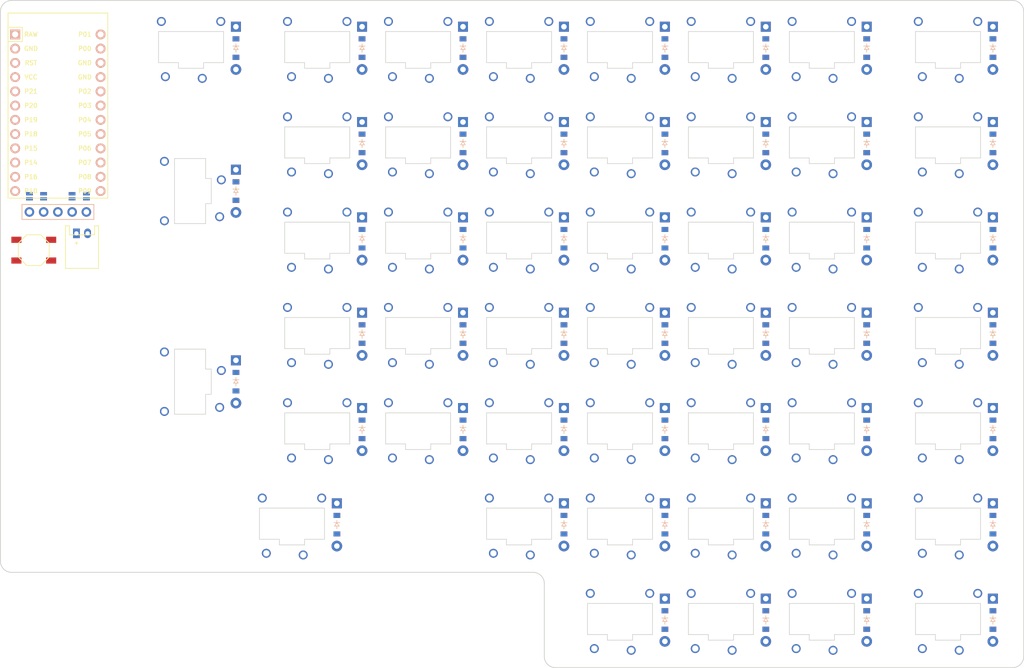
<source format=kicad_pcb>
(kicad_pcb (version 20171130) (host pcbnew 5.1.6)
  (title_block (title right) (rev v1.0.0) (company Unknown))
  (layers (0 F.Cu signal) (31 B.Cu signal) (34 B.Paste user) (35 F.Paste user) (36 B.SilkS user) (37 F.SilkS user) (38 B.Mask user) (39 F.Mask user) (44 Edge.Cuts user))
  (net 0 "")
  (net 1 "mirror_q_bottom")
  (net 2 "C1")
  (net 3 "mirror_q_home")
  (net 4 "mirror_q_top")
  (net 5 "mirror_q_num")
  (net 6 "mirror_q_f")
  (net 7 "mirror_w_bottom")
  (net 8 "C2")
  (net 9 "mirror_w_home")
  (net 10 "mirror_w_top")
  (net 11 "mirror_w_num")
  (net 12 "mirror_w_f")
  (net 13 "mirror_e_bottom")
  (net 14 "C3")
  (net 15 "mirror_e_home")
  (net 16 "mirror_e_top")
  (net 17 "mirror_e_num")
  (net 18 "mirror_e_f")
  (net 19 "mirror_r_bottom")
  (net 20 "C4")
  (net 21 "mirror_r_home")
  (net 22 "mirror_r_top")
  (net 23 "mirror_r_num")
  (net 24 "mirror_r_f")
  (net 25 "mirror_t_bottom")
  (net 26 "C5")
  (net 27 "mirror_t_home")
  (net 28 "mirror_t_top")
  (net 29 "mirror_t_num")
  (net 30 "mirror_t_f")
  (net 31 "mirror_one_down")
  (net 32 "C0")
  (net 33 "mirror_one_up")
  (net 34 "mirror_two_down")
  (net 35 "mirror_two_up")
  (net 36 "mirror_three_down")
  (net 37 "mirror_three_up")
  (net 38 "mirror_one_f")
  (net 39 "C6")
  (net 40 "mirror_alt_space")
  (net 41 "mirror_space_space")
  (net 42 "mirror_sym_bottom")
  (net 43 "mirror_sym_home")
  (net 44 "mirror_sym_top")
  (net 45 "mirror_sym_num")
  (net 46 "mirror_sym_f")
  (net 47 "mirror_sym_ctl_down")
  (net 48 "C7")
  (net 49 "mirror_sym_ctl_up")
  (net 50 "mirror_one_enter")
  (net 51 "mirror_one_back")
  (net 52 "R4")
  (net 53 "R3")
  (net 54 "R2")
  (net 55 "R1")
  (net 56 "R0")
  (net 57 "R7")
  (net 58 "R6")
  (net 59 "R5")
  (net 60 "BAT_P")
  (net 61 "GND")
  (net 62 "RST")
  (net 63 "VCC")
  (net 64 "DPC")
  (net 65 "DPD")
  (net 66 "DPE")
  (net 67 "DISP1_1")
  (net 68 "DISP1_2")
  (net 69 "DISP1_4")
  (net 70 "DISP1_5")
  (module lib:Kailh_PG1232 (layer F.Cu) (at 346.5 100 0)
    (fp_text reference "S1" hide)
    (fp_text value Kailh_PG1232)
    (fp_line (start 2.25 2.6) (end 5.8 2.6) (layer Edge.Cuts) (width 0.12))
    (fp_line (start -2.25 2.6) (end -5.8 2.6) (layer Edge.Cuts) (width 0.12))
    (fp_line (start 2.25 3.6) (end 2.25 2.6) (layer Edge.Cuts) (width 0.12))
    (fp_line (start -2.25 3.6) (end 2.25 3.6) (layer Edge.Cuts) (width 0.12))
    (fp_line (start -2.25 2.6) (end -2.25 3.6) (layer Edge.Cuts) (width 0.12))
    (fp_line (start -5.8 2.6) (end -5.8 -2.95) (layer Edge.Cuts) (width 0.12))
    (fp_line (start 5.8 -2.95) (end 5.8 2.6) (layer Edge.Cuts) (width 0.12))
    (fp_line (start -5.8 -2.95) (end 5.8 -2.95) (layer Edge.Cuts) (width 0.12))
    (pad 3 thru_hole circle (at 5.3 -4.75) (size 1.6 1.6) (drill 1.1) (layers *.Cu *.Mask) (clearance 0.2))
    (pad 4 thru_hole circle (at -5.3 -4.75) (size 1.6 1.6) (drill 1.1) (layers *.Cu *.Mask) (clearance 0.2))
    (pad 1 thru_hole circle (at -4.58 5.1) (size 1.6 1.6) (drill 1.1) (layers *.Cu *.Mask) (net 1 "mirror_q_bottom") (clearance 0.2))
    (pad 2 thru_hole circle (at 2 5.4) (size 1.6 1.6) (drill 1.1) (layers *.Cu *.Mask) (net 2 "C1") (clearance 0.2))
  )
  (module lib:Kailh_PG1232 (layer F.Cu) (at 346.5 83 0)
    (fp_text reference "S2" hide)
    (fp_text value Kailh_PG1232)
    (fp_line (start 2.25 2.6) (end 5.8 2.6) (layer Edge.Cuts) (width 0.12))
    (fp_line (start -2.25 2.6) (end -5.8 2.6) (layer Edge.Cuts) (width 0.12))
    (fp_line (start 2.25 3.6) (end 2.25 2.6) (layer Edge.Cuts) (width 0.12))
    (fp_line (start -2.25 3.6) (end 2.25 3.6) (layer Edge.Cuts) (width 0.12))
    (fp_line (start -2.25 2.6) (end -2.25 3.6) (layer Edge.Cuts) (width 0.12))
    (fp_line (start -5.8 2.6) (end -5.8 -2.95) (layer Edge.Cuts) (width 0.12))
    (fp_line (start 5.8 -2.95) (end 5.8 2.6) (layer Edge.Cuts) (width 0.12))
    (fp_line (start -5.8 -2.95) (end 5.8 -2.95) (layer Edge.Cuts) (width 0.12))
    (pad 3 thru_hole circle (at 5.3 -4.75) (size 1.6 1.6) (drill 1.1) (layers *.Cu *.Mask) (clearance 0.2))
    (pad 4 thru_hole circle (at -5.3 -4.75) (size 1.6 1.6) (drill 1.1) (layers *.Cu *.Mask) (clearance 0.2))
    (pad 1 thru_hole circle (at -4.58 5.1) (size 1.6 1.6) (drill 1.1) (layers *.Cu *.Mask) (net 3 "mirror_q_home") (clearance 0.2))
    (pad 2 thru_hole circle (at 2 5.4) (size 1.6 1.6) (drill 1.1) (layers *.Cu *.Mask) (net 2 "C1") (clearance 0.2))
  )
  (module lib:Kailh_PG1232 (layer F.Cu) (at 346.5 66 0)
    (fp_text reference "S3" hide)
    (fp_text value Kailh_PG1232)
    (fp_line (start 2.25 2.6) (end 5.8 2.6) (layer Edge.Cuts) (width 0.12))
    (fp_line (start -2.25 2.6) (end -5.8 2.6) (layer Edge.Cuts) (width 0.12))
    (fp_line (start 2.25 3.6) (end 2.25 2.6) (layer Edge.Cuts) (width 0.12))
    (fp_line (start -2.25 3.6) (end 2.25 3.6) (layer Edge.Cuts) (width 0.12))
    (fp_line (start -2.25 2.6) (end -2.25 3.6) (layer Edge.Cuts) (width 0.12))
    (fp_line (start -5.8 2.6) (end -5.8 -2.95) (layer Edge.Cuts) (width 0.12))
    (fp_line (start 5.8 -2.95) (end 5.8 2.6) (layer Edge.Cuts) (width 0.12))
    (fp_line (start -5.8 -2.95) (end 5.8 -2.95) (layer Edge.Cuts) (width 0.12))
    (pad 3 thru_hole circle (at 5.3 -4.75) (size 1.6 1.6) (drill 1.1) (layers *.Cu *.Mask) (clearance 0.2))
    (pad 4 thru_hole circle (at -5.3 -4.75) (size 1.6 1.6) (drill 1.1) (layers *.Cu *.Mask) (clearance 0.2))
    (pad 1 thru_hole circle (at -4.58 5.1) (size 1.6 1.6) (drill 1.1) (layers *.Cu *.Mask) (net 4 "mirror_q_top") (clearance 0.2))
    (pad 2 thru_hole circle (at 2 5.4) (size 1.6 1.6) (drill 1.1) (layers *.Cu *.Mask) (net 2 "C1") (clearance 0.2))
  )
  (module lib:Kailh_PG1232 (layer F.Cu) (at 346.5 49 0)
    (fp_text reference "S4" hide)
    (fp_text value Kailh_PG1232)
    (fp_line (start 2.25 2.6) (end 5.8 2.6) (layer Edge.Cuts) (width 0.12))
    (fp_line (start -2.25 2.6) (end -5.8 2.6) (layer Edge.Cuts) (width 0.12))
    (fp_line (start 2.25 3.6) (end 2.25 2.6) (layer Edge.Cuts) (width 0.12))
    (fp_line (start -2.25 3.6) (end 2.25 3.6) (layer Edge.Cuts) (width 0.12))
    (fp_line (start -2.25 2.6) (end -2.25 3.6) (layer Edge.Cuts) (width 0.12))
    (fp_line (start -5.8 2.6) (end -5.8 -2.95) (layer Edge.Cuts) (width 0.12))
    (fp_line (start 5.8 -2.95) (end 5.8 2.6) (layer Edge.Cuts) (width 0.12))
    (fp_line (start -5.8 -2.95) (end 5.8 -2.95) (layer Edge.Cuts) (width 0.12))
    (pad 3 thru_hole circle (at 5.3 -4.75) (size 1.6 1.6) (drill 1.1) (layers *.Cu *.Mask) (clearance 0.2))
    (pad 4 thru_hole circle (at -5.3 -4.75) (size 1.6 1.6) (drill 1.1) (layers *.Cu *.Mask) (clearance 0.2))
    (pad 1 thru_hole circle (at -4.58 5.1) (size 1.6 1.6) (drill 1.1) (layers *.Cu *.Mask) (net 5 "mirror_q_num") (clearance 0.2))
    (pad 2 thru_hole circle (at 2 5.4) (size 1.6 1.6) (drill 1.1) (layers *.Cu *.Mask) (net 2 "C1") (clearance 0.2))
  )
  (module lib:Kailh_PG1232 (layer F.Cu) (at 346.5 32 0)
    (fp_text reference "S5" hide)
    (fp_text value Kailh_PG1232)
    (fp_line (start 2.25 2.6) (end 5.8 2.6) (layer Edge.Cuts) (width 0.12))
    (fp_line (start -2.25 2.6) (end -5.8 2.6) (layer Edge.Cuts) (width 0.12))
    (fp_line (start 2.25 3.6) (end 2.25 2.6) (layer Edge.Cuts) (width 0.12))
    (fp_line (start -2.25 3.6) (end 2.25 3.6) (layer Edge.Cuts) (width 0.12))
    (fp_line (start -2.25 2.6) (end -2.25 3.6) (layer Edge.Cuts) (width 0.12))
    (fp_line (start -5.8 2.6) (end -5.8 -2.95) (layer Edge.Cuts) (width 0.12))
    (fp_line (start 5.8 -2.95) (end 5.8 2.6) (layer Edge.Cuts) (width 0.12))
    (fp_line (start -5.8 -2.95) (end 5.8 -2.95) (layer Edge.Cuts) (width 0.12))
    (pad 3 thru_hole circle (at 5.3 -4.75) (size 1.6 1.6) (drill 1.1) (layers *.Cu *.Mask) (clearance 0.2))
    (pad 4 thru_hole circle (at -5.3 -4.75) (size 1.6 1.6) (drill 1.1) (layers *.Cu *.Mask) (clearance 0.2))
    (pad 1 thru_hole circle (at -4.58 5.1) (size 1.6 1.6) (drill 1.1) (layers *.Cu *.Mask) (net 6 "mirror_q_f") (clearance 0.2))
    (pad 2 thru_hole circle (at 2 5.4) (size 1.6 1.6) (drill 1.1) (layers *.Cu *.Mask) (net 2 "C1") (clearance 0.2))
  )
  (module lib:Kailh_PG1232 (layer F.Cu) (at 328.5 100 0)
    (fp_text reference "S6" hide)
    (fp_text value Kailh_PG1232)
    (fp_line (start 2.25 2.6) (end 5.8 2.6) (layer Edge.Cuts) (width 0.12))
    (fp_line (start -2.25 2.6) (end -5.8 2.6) (layer Edge.Cuts) (width 0.12))
    (fp_line (start 2.25 3.6) (end 2.25 2.6) (layer Edge.Cuts) (width 0.12))
    (fp_line (start -2.25 3.6) (end 2.25 3.6) (layer Edge.Cuts) (width 0.12))
    (fp_line (start -2.25 2.6) (end -2.25 3.6) (layer Edge.Cuts) (width 0.12))
    (fp_line (start -5.8 2.6) (end -5.8 -2.95) (layer Edge.Cuts) (width 0.12))
    (fp_line (start 5.8 -2.95) (end 5.8 2.6) (layer Edge.Cuts) (width 0.12))
    (fp_line (start -5.8 -2.95) (end 5.8 -2.95) (layer Edge.Cuts) (width 0.12))
    (pad 3 thru_hole circle (at 5.3 -4.75) (size 1.6 1.6) (drill 1.1) (layers *.Cu *.Mask) (clearance 0.2))
    (pad 4 thru_hole circle (at -5.3 -4.75) (size 1.6 1.6) (drill 1.1) (layers *.Cu *.Mask) (clearance 0.2))
    (pad 1 thru_hole circle (at -4.58 5.1) (size 1.6 1.6) (drill 1.1) (layers *.Cu *.Mask) (net 7 "mirror_w_bottom") (clearance 0.2))
    (pad 2 thru_hole circle (at 2 5.4) (size 1.6 1.6) (drill 1.1) (layers *.Cu *.Mask) (net 8 "C2") (clearance 0.2))
  )
  (module lib:Kailh_PG1232 (layer F.Cu) (at 328.5 83 0)
    (fp_text reference "S7" hide)
    (fp_text value Kailh_PG1232)
    (fp_line (start 2.25 2.6) (end 5.8 2.6) (layer Edge.Cuts) (width 0.12))
    (fp_line (start -2.25 2.6) (end -5.8 2.6) (layer Edge.Cuts) (width 0.12))
    (fp_line (start 2.25 3.6) (end 2.25 2.6) (layer Edge.Cuts) (width 0.12))
    (fp_line (start -2.25 3.6) (end 2.25 3.6) (layer Edge.Cuts) (width 0.12))
    (fp_line (start -2.25 2.6) (end -2.25 3.6) (layer Edge.Cuts) (width 0.12))
    (fp_line (start -5.8 2.6) (end -5.8 -2.95) (layer Edge.Cuts) (width 0.12))
    (fp_line (start 5.8 -2.95) (end 5.8 2.6) (layer Edge.Cuts) (width 0.12))
    (fp_line (start -5.8 -2.95) (end 5.8 -2.95) (layer Edge.Cuts) (width 0.12))
    (pad 3 thru_hole circle (at 5.3 -4.75) (size 1.6 1.6) (drill 1.1) (layers *.Cu *.Mask) (clearance 0.2))
    (pad 4 thru_hole circle (at -5.3 -4.75) (size 1.6 1.6) (drill 1.1) (layers *.Cu *.Mask) (clearance 0.2))
    (pad 1 thru_hole circle (at -4.58 5.1) (size 1.6 1.6) (drill 1.1) (layers *.Cu *.Mask) (net 9 "mirror_w_home") (clearance 0.2))
    (pad 2 thru_hole circle (at 2 5.4) (size 1.6 1.6) (drill 1.1) (layers *.Cu *.Mask) (net 8 "C2") (clearance 0.2))
  )
  (module lib:Kailh_PG1232 (layer F.Cu) (at 328.5 66 0)
    (fp_text reference "S8" hide)
    (fp_text value Kailh_PG1232)
    (fp_line (start 2.25 2.6) (end 5.8 2.6) (layer Edge.Cuts) (width 0.12))
    (fp_line (start -2.25 2.6) (end -5.8 2.6) (layer Edge.Cuts) (width 0.12))
    (fp_line (start 2.25 3.6) (end 2.25 2.6) (layer Edge.Cuts) (width 0.12))
    (fp_line (start -2.25 3.6) (end 2.25 3.6) (layer Edge.Cuts) (width 0.12))
    (fp_line (start -2.25 2.6) (end -2.25 3.6) (layer Edge.Cuts) (width 0.12))
    (fp_line (start -5.8 2.6) (end -5.8 -2.95) (layer Edge.Cuts) (width 0.12))
    (fp_line (start 5.8 -2.95) (end 5.8 2.6) (layer Edge.Cuts) (width 0.12))
    (fp_line (start -5.8 -2.95) (end 5.8 -2.95) (layer Edge.Cuts) (width 0.12))
    (pad 3 thru_hole circle (at 5.3 -4.75) (size 1.6 1.6) (drill 1.1) (layers *.Cu *.Mask) (clearance 0.2))
    (pad 4 thru_hole circle (at -5.3 -4.75) (size 1.6 1.6) (drill 1.1) (layers *.Cu *.Mask) (clearance 0.2))
    (pad 1 thru_hole circle (at -4.58 5.1) (size 1.6 1.6) (drill 1.1) (layers *.Cu *.Mask) (net 10 "mirror_w_top") (clearance 0.2))
    (pad 2 thru_hole circle (at 2 5.4) (size 1.6 1.6) (drill 1.1) (layers *.Cu *.Mask) (net 8 "C2") (clearance 0.2))
  )
  (module lib:Kailh_PG1232 (layer F.Cu) (at 328.5 49 0)
    (fp_text reference "S9" hide)
    (fp_text value Kailh_PG1232)
    (fp_line (start 2.25 2.6) (end 5.8 2.6) (layer Edge.Cuts) (width 0.12))
    (fp_line (start -2.25 2.6) (end -5.8 2.6) (layer Edge.Cuts) (width 0.12))
    (fp_line (start 2.25 3.6) (end 2.25 2.6) (layer Edge.Cuts) (width 0.12))
    (fp_line (start -2.25 3.6) (end 2.25 3.6) (layer Edge.Cuts) (width 0.12))
    (fp_line (start -2.25 2.6) (end -2.25 3.6) (layer Edge.Cuts) (width 0.12))
    (fp_line (start -5.8 2.6) (end -5.8 -2.95) (layer Edge.Cuts) (width 0.12))
    (fp_line (start 5.8 -2.95) (end 5.8 2.6) (layer Edge.Cuts) (width 0.12))
    (fp_line (start -5.8 -2.95) (end 5.8 -2.95) (layer Edge.Cuts) (width 0.12))
    (pad 3 thru_hole circle (at 5.3 -4.75) (size 1.6 1.6) (drill 1.1) (layers *.Cu *.Mask) (clearance 0.2))
    (pad 4 thru_hole circle (at -5.3 -4.75) (size 1.6 1.6) (drill 1.1) (layers *.Cu *.Mask) (clearance 0.2))
    (pad 1 thru_hole circle (at -4.58 5.1) (size 1.6 1.6) (drill 1.1) (layers *.Cu *.Mask) (net 11 "mirror_w_num") (clearance 0.2))
    (pad 2 thru_hole circle (at 2 5.4) (size 1.6 1.6) (drill 1.1) (layers *.Cu *.Mask) (net 8 "C2") (clearance 0.2))
  )
  (module lib:Kailh_PG1232 (layer F.Cu) (at 328.5 32 0)
    (fp_text reference "S10" hide)
    (fp_text value Kailh_PG1232)
    (fp_line (start 2.25 2.6) (end 5.8 2.6) (layer Edge.Cuts) (width 0.12))
    (fp_line (start -2.25 2.6) (end -5.8 2.6) (layer Edge.Cuts) (width 0.12))
    (fp_line (start 2.25 3.6) (end 2.25 2.6) (layer Edge.Cuts) (width 0.12))
    (fp_line (start -2.25 3.6) (end 2.25 3.6) (layer Edge.Cuts) (width 0.12))
    (fp_line (start -2.25 2.6) (end -2.25 3.6) (layer Edge.Cuts) (width 0.12))
    (fp_line (start -5.8 2.6) (end -5.8 -2.95) (layer Edge.Cuts) (width 0.12))
    (fp_line (start 5.8 -2.95) (end 5.8 2.6) (layer Edge.Cuts) (width 0.12))
    (fp_line (start -5.8 -2.95) (end 5.8 -2.95) (layer Edge.Cuts) (width 0.12))
    (pad 3 thru_hole circle (at 5.3 -4.75) (size 1.6 1.6) (drill 1.1) (layers *.Cu *.Mask) (clearance 0.2))
    (pad 4 thru_hole circle (at -5.3 -4.75) (size 1.6 1.6) (drill 1.1) (layers *.Cu *.Mask) (clearance 0.2))
    (pad 1 thru_hole circle (at -4.58 5.1) (size 1.6 1.6) (drill 1.1) (layers *.Cu *.Mask) (net 12 "mirror_w_f") (clearance 0.2))
    (pad 2 thru_hole circle (at 2 5.4) (size 1.6 1.6) (drill 1.1) (layers *.Cu *.Mask) (net 8 "C2") (clearance 0.2))
  )
  (module lib:Kailh_PG1232 (layer F.Cu) (at 310.5 100 0)
    (fp_text reference "S11" hide)
    (fp_text value Kailh_PG1232)
    (fp_line (start 2.25 2.6) (end 5.8 2.6) (layer Edge.Cuts) (width 0.12))
    (fp_line (start -2.25 2.6) (end -5.8 2.6) (layer Edge.Cuts) (width 0.12))
    (fp_line (start 2.25 3.6) (end 2.25 2.6) (layer Edge.Cuts) (width 0.12))
    (fp_line (start -2.25 3.6) (end 2.25 3.6) (layer Edge.Cuts) (width 0.12))
    (fp_line (start -2.25 2.6) (end -2.25 3.6) (layer Edge.Cuts) (width 0.12))
    (fp_line (start -5.8 2.6) (end -5.8 -2.95) (layer Edge.Cuts) (width 0.12))
    (fp_line (start 5.8 -2.95) (end 5.8 2.6) (layer Edge.Cuts) (width 0.12))
    (fp_line (start -5.8 -2.95) (end 5.8 -2.95) (layer Edge.Cuts) (width 0.12))
    (pad 3 thru_hole circle (at 5.3 -4.75) (size 1.6 1.6) (drill 1.1) (layers *.Cu *.Mask) (clearance 0.2))
    (pad 4 thru_hole circle (at -5.3 -4.75) (size 1.6 1.6) (drill 1.1) (layers *.Cu *.Mask) (clearance 0.2))
    (pad 1 thru_hole circle (at -4.58 5.1) (size 1.6 1.6) (drill 1.1) (layers *.Cu *.Mask) (net 13 "mirror_e_bottom") (clearance 0.2))
    (pad 2 thru_hole circle (at 2 5.4) (size 1.6 1.6) (drill 1.1) (layers *.Cu *.Mask) (net 14 "C3") (clearance 0.2))
  )
  (module lib:Kailh_PG1232 (layer F.Cu) (at 310.5 83 0)
    (fp_text reference "S12" hide)
    (fp_text value Kailh_PG1232)
    (fp_line (start 2.25 2.6) (end 5.8 2.6) (layer Edge.Cuts) (width 0.12))
    (fp_line (start -2.25 2.6) (end -5.8 2.6) (layer Edge.Cuts) (width 0.12))
    (fp_line (start 2.25 3.6) (end 2.25 2.6) (layer Edge.Cuts) (width 0.12))
    (fp_line (start -2.25 3.6) (end 2.25 3.6) (layer Edge.Cuts) (width 0.12))
    (fp_line (start -2.25 2.6) (end -2.25 3.6) (layer Edge.Cuts) (width 0.12))
    (fp_line (start -5.8 2.6) (end -5.8 -2.95) (layer Edge.Cuts) (width 0.12))
    (fp_line (start 5.8 -2.95) (end 5.8 2.6) (layer Edge.Cuts) (width 0.12))
    (fp_line (start -5.8 -2.95) (end 5.8 -2.95) (layer Edge.Cuts) (width 0.12))
    (pad 3 thru_hole circle (at 5.3 -4.75) (size 1.6 1.6) (drill 1.1) (layers *.Cu *.Mask) (clearance 0.2))
    (pad 4 thru_hole circle (at -5.3 -4.75) (size 1.6 1.6) (drill 1.1) (layers *.Cu *.Mask) (clearance 0.2))
    (pad 1 thru_hole circle (at -4.58 5.1) (size 1.6 1.6) (drill 1.1) (layers *.Cu *.Mask) (net 15 "mirror_e_home") (clearance 0.2))
    (pad 2 thru_hole circle (at 2 5.4) (size 1.6 1.6) (drill 1.1) (layers *.Cu *.Mask) (net 14 "C3") (clearance 0.2))
  )
  (module lib:Kailh_PG1232 (layer F.Cu) (at 310.5 66 0)
    (fp_text reference "S13" hide)
    (fp_text value Kailh_PG1232)
    (fp_line (start 2.25 2.6) (end 5.8 2.6) (layer Edge.Cuts) (width 0.12))
    (fp_line (start -2.25 2.6) (end -5.8 2.6) (layer Edge.Cuts) (width 0.12))
    (fp_line (start 2.25 3.6) (end 2.25 2.6) (layer Edge.Cuts) (width 0.12))
    (fp_line (start -2.25 3.6) (end 2.25 3.6) (layer Edge.Cuts) (width 0.12))
    (fp_line (start -2.25 2.6) (end -2.25 3.6) (layer Edge.Cuts) (width 0.12))
    (fp_line (start -5.8 2.6) (end -5.8 -2.95) (layer Edge.Cuts) (width 0.12))
    (fp_line (start 5.8 -2.95) (end 5.8 2.6) (layer Edge.Cuts) (width 0.12))
    (fp_line (start -5.8 -2.95) (end 5.8 -2.95) (layer Edge.Cuts) (width 0.12))
    (pad 3 thru_hole circle (at 5.3 -4.75) (size 1.6 1.6) (drill 1.1) (layers *.Cu *.Mask) (clearance 0.2))
    (pad 4 thru_hole circle (at -5.3 -4.75) (size 1.6 1.6) (drill 1.1) (layers *.Cu *.Mask) (clearance 0.2))
    (pad 1 thru_hole circle (at -4.58 5.1) (size 1.6 1.6) (drill 1.1) (layers *.Cu *.Mask) (net 16 "mirror_e_top") (clearance 0.2))
    (pad 2 thru_hole circle (at 2 5.4) (size 1.6 1.6) (drill 1.1) (layers *.Cu *.Mask) (net 14 "C3") (clearance 0.2))
  )
  (module lib:Kailh_PG1232 (layer F.Cu) (at 310.5 49 0)
    (fp_text reference "S14" hide)
    (fp_text value Kailh_PG1232)
    (fp_line (start 2.25 2.6) (end 5.8 2.6) (layer Edge.Cuts) (width 0.12))
    (fp_line (start -2.25 2.6) (end -5.8 2.6) (layer Edge.Cuts) (width 0.12))
    (fp_line (start 2.25 3.6) (end 2.25 2.6) (layer Edge.Cuts) (width 0.12))
    (fp_line (start -2.25 3.6) (end 2.25 3.6) (layer Edge.Cuts) (width 0.12))
    (fp_line (start -2.25 2.6) (end -2.25 3.6) (layer Edge.Cuts) (width 0.12))
    (fp_line (start -5.8 2.6) (end -5.8 -2.95) (layer Edge.Cuts) (width 0.12))
    (fp_line (start 5.8 -2.95) (end 5.8 2.6) (layer Edge.Cuts) (width 0.12))
    (fp_line (start -5.8 -2.95) (end 5.8 -2.95) (layer Edge.Cuts) (width 0.12))
    (pad 3 thru_hole circle (at 5.3 -4.75) (size 1.6 1.6) (drill 1.1) (layers *.Cu *.Mask) (clearance 0.2))
    (pad 4 thru_hole circle (at -5.3 -4.75) (size 1.6 1.6) (drill 1.1) (layers *.Cu *.Mask) (clearance 0.2))
    (pad 1 thru_hole circle (at -4.58 5.1) (size 1.6 1.6) (drill 1.1) (layers *.Cu *.Mask) (net 17 "mirror_e_num") (clearance 0.2))
    (pad 2 thru_hole circle (at 2 5.4) (size 1.6 1.6) (drill 1.1) (layers *.Cu *.Mask) (net 14 "C3") (clearance 0.2))
  )
  (module lib:Kailh_PG1232 (layer F.Cu) (at 310.5 32 0)
    (fp_text reference "S15" hide)
    (fp_text value Kailh_PG1232)
    (fp_line (start 2.25 2.6) (end 5.8 2.6) (layer Edge.Cuts) (width 0.12))
    (fp_line (start -2.25 2.6) (end -5.8 2.6) (layer Edge.Cuts) (width 0.12))
    (fp_line (start 2.25 3.6) (end 2.25 2.6) (layer Edge.Cuts) (width 0.12))
    (fp_line (start -2.25 3.6) (end 2.25 3.6) (layer Edge.Cuts) (width 0.12))
    (fp_line (start -2.25 2.6) (end -2.25 3.6) (layer Edge.Cuts) (width 0.12))
    (fp_line (start -5.8 2.6) (end -5.8 -2.95) (layer Edge.Cuts) (width 0.12))
    (fp_line (start 5.8 -2.95) (end 5.8 2.6) (layer Edge.Cuts) (width 0.12))
    (fp_line (start -5.8 -2.95) (end 5.8 -2.95) (layer Edge.Cuts) (width 0.12))
    (pad 3 thru_hole circle (at 5.3 -4.75) (size 1.6 1.6) (drill 1.1) (layers *.Cu *.Mask) (clearance 0.2))
    (pad 4 thru_hole circle (at -5.3 -4.75) (size 1.6 1.6) (drill 1.1) (layers *.Cu *.Mask) (clearance 0.2))
    (pad 1 thru_hole circle (at -4.58 5.1) (size 1.6 1.6) (drill 1.1) (layers *.Cu *.Mask) (net 18 "mirror_e_f") (clearance 0.2))
    (pad 2 thru_hole circle (at 2 5.4) (size 1.6 1.6) (drill 1.1) (layers *.Cu *.Mask) (net 14 "C3") (clearance 0.2))
  )
  (module lib:Kailh_PG1232 (layer F.Cu) (at 292.5 100 0)
    (fp_text reference "S16" hide)
    (fp_text value Kailh_PG1232)
    (fp_line (start 2.25 2.6) (end 5.8 2.6) (layer Edge.Cuts) (width 0.12))
    (fp_line (start -2.25 2.6) (end -5.8 2.6) (layer Edge.Cuts) (width 0.12))
    (fp_line (start 2.25 3.6) (end 2.25 2.6) (layer Edge.Cuts) (width 0.12))
    (fp_line (start -2.25 3.6) (end 2.25 3.6) (layer Edge.Cuts) (width 0.12))
    (fp_line (start -2.25 2.6) (end -2.25 3.6) (layer Edge.Cuts) (width 0.12))
    (fp_line (start -5.8 2.6) (end -5.8 -2.95) (layer Edge.Cuts) (width 0.12))
    (fp_line (start 5.8 -2.95) (end 5.8 2.6) (layer Edge.Cuts) (width 0.12))
    (fp_line (start -5.8 -2.95) (end 5.8 -2.95) (layer Edge.Cuts) (width 0.12))
    (pad 3 thru_hole circle (at 5.3 -4.75) (size 1.6 1.6) (drill 1.1) (layers *.Cu *.Mask) (clearance 0.2))
    (pad 4 thru_hole circle (at -5.3 -4.75) (size 1.6 1.6) (drill 1.1) (layers *.Cu *.Mask) (clearance 0.2))
    (pad 1 thru_hole circle (at -4.58 5.1) (size 1.6 1.6) (drill 1.1) (layers *.Cu *.Mask) (net 19 "mirror_r_bottom") (clearance 0.2))
    (pad 2 thru_hole circle (at 2 5.4) (size 1.6 1.6) (drill 1.1) (layers *.Cu *.Mask) (net 20 "C4") (clearance 0.2))
  )
  (module lib:Kailh_PG1232 (layer F.Cu) (at 292.5 83 0)
    (fp_text reference "S17" hide)
    (fp_text value Kailh_PG1232)
    (fp_line (start 2.25 2.6) (end 5.8 2.6) (layer Edge.Cuts) (width 0.12))
    (fp_line (start -2.25 2.6) (end -5.8 2.6) (layer Edge.Cuts) (width 0.12))
    (fp_line (start 2.25 3.6) (end 2.25 2.6) (layer Edge.Cuts) (width 0.12))
    (fp_line (start -2.25 3.6) (end 2.25 3.6) (layer Edge.Cuts) (width 0.12))
    (fp_line (start -2.25 2.6) (end -2.25 3.6) (layer Edge.Cuts) (width 0.12))
    (fp_line (start -5.8 2.6) (end -5.8 -2.95) (layer Edge.Cuts) (width 0.12))
    (fp_line (start 5.8 -2.95) (end 5.8 2.6) (layer Edge.Cuts) (width 0.12))
    (fp_line (start -5.8 -2.95) (end 5.8 -2.95) (layer Edge.Cuts) (width 0.12))
    (pad 3 thru_hole circle (at 5.3 -4.75) (size 1.6 1.6) (drill 1.1) (layers *.Cu *.Mask) (clearance 0.2))
    (pad 4 thru_hole circle (at -5.3 -4.75) (size 1.6 1.6) (drill 1.1) (layers *.Cu *.Mask) (clearance 0.2))
    (pad 1 thru_hole circle (at -4.58 5.1) (size 1.6 1.6) (drill 1.1) (layers *.Cu *.Mask) (net 21 "mirror_r_home") (clearance 0.2))
    (pad 2 thru_hole circle (at 2 5.4) (size 1.6 1.6) (drill 1.1) (layers *.Cu *.Mask) (net 20 "C4") (clearance 0.2))
  )
  (module lib:Kailh_PG1232 (layer F.Cu) (at 292.5 66 0)
    (fp_text reference "S18" hide)
    (fp_text value Kailh_PG1232)
    (fp_line (start 2.25 2.6) (end 5.8 2.6) (layer Edge.Cuts) (width 0.12))
    (fp_line (start -2.25 2.6) (end -5.8 2.6) (layer Edge.Cuts) (width 0.12))
    (fp_line (start 2.25 3.6) (end 2.25 2.6) (layer Edge.Cuts) (width 0.12))
    (fp_line (start -2.25 3.6) (end 2.25 3.6) (layer Edge.Cuts) (width 0.12))
    (fp_line (start -2.25 2.6) (end -2.25 3.6) (layer Edge.Cuts) (width 0.12))
    (fp_line (start -5.8 2.6) (end -5.8 -2.95) (layer Edge.Cuts) (width 0.12))
    (fp_line (start 5.8 -2.95) (end 5.8 2.6) (layer Edge.Cuts) (width 0.12))
    (fp_line (start -5.8 -2.95) (end 5.8 -2.95) (layer Edge.Cuts) (width 0.12))
    (pad 3 thru_hole circle (at 5.3 -4.75) (size 1.6 1.6) (drill 1.1) (layers *.Cu *.Mask) (clearance 0.2))
    (pad 4 thru_hole circle (at -5.3 -4.75) (size 1.6 1.6) (drill 1.1) (layers *.Cu *.Mask) (clearance 0.2))
    (pad 1 thru_hole circle (at -4.58 5.1) (size 1.6 1.6) (drill 1.1) (layers *.Cu *.Mask) (net 22 "mirror_r_top") (clearance 0.2))
    (pad 2 thru_hole circle (at 2 5.4) (size 1.6 1.6) (drill 1.1) (layers *.Cu *.Mask) (net 20 "C4") (clearance 0.2))
  )
  (module lib:Kailh_PG1232 (layer F.Cu) (at 292.5 49 0)
    (fp_text reference "S19" hide)
    (fp_text value Kailh_PG1232)
    (fp_line (start 2.25 2.6) (end 5.8 2.6) (layer Edge.Cuts) (width 0.12))
    (fp_line (start -2.25 2.6) (end -5.8 2.6) (layer Edge.Cuts) (width 0.12))
    (fp_line (start 2.25 3.6) (end 2.25 2.6) (layer Edge.Cuts) (width 0.12))
    (fp_line (start -2.25 3.6) (end 2.25 3.6) (layer Edge.Cuts) (width 0.12))
    (fp_line (start -2.25 2.6) (end -2.25 3.6) (layer Edge.Cuts) (width 0.12))
    (fp_line (start -5.8 2.6) (end -5.8 -2.95) (layer Edge.Cuts) (width 0.12))
    (fp_line (start 5.8 -2.95) (end 5.8 2.6) (layer Edge.Cuts) (width 0.12))
    (fp_line (start -5.8 -2.95) (end 5.8 -2.95) (layer Edge.Cuts) (width 0.12))
    (pad 3 thru_hole circle (at 5.3 -4.75) (size 1.6 1.6) (drill 1.1) (layers *.Cu *.Mask) (clearance 0.2))
    (pad 4 thru_hole circle (at -5.3 -4.75) (size 1.6 1.6) (drill 1.1) (layers *.Cu *.Mask) (clearance 0.2))
    (pad 1 thru_hole circle (at -4.58 5.1) (size 1.6 1.6) (drill 1.1) (layers *.Cu *.Mask) (net 23 "mirror_r_num") (clearance 0.2))
    (pad 2 thru_hole circle (at 2 5.4) (size 1.6 1.6) (drill 1.1) (layers *.Cu *.Mask) (net 20 "C4") (clearance 0.2))
  )
  (module lib:Kailh_PG1232 (layer F.Cu) (at 292.5 32 0)
    (fp_text reference "S20" hide)
    (fp_text value Kailh_PG1232)
    (fp_line (start 2.25 2.6) (end 5.8 2.6) (layer Edge.Cuts) (width 0.12))
    (fp_line (start -2.25 2.6) (end -5.8 2.6) (layer Edge.Cuts) (width 0.12))
    (fp_line (start 2.25 3.6) (end 2.25 2.6) (layer Edge.Cuts) (width 0.12))
    (fp_line (start -2.25 3.6) (end 2.25 3.6) (layer Edge.Cuts) (width 0.12))
    (fp_line (start -2.25 2.6) (end -2.25 3.6) (layer Edge.Cuts) (width 0.12))
    (fp_line (start -5.8 2.6) (end -5.8 -2.95) (layer Edge.Cuts) (width 0.12))
    (fp_line (start 5.8 -2.95) (end 5.8 2.6) (layer Edge.Cuts) (width 0.12))
    (fp_line (start -5.8 -2.95) (end 5.8 -2.95) (layer Edge.Cuts) (width 0.12))
    (pad 3 thru_hole circle (at 5.3 -4.75) (size 1.6 1.6) (drill 1.1) (layers *.Cu *.Mask) (clearance 0.2))
    (pad 4 thru_hole circle (at -5.3 -4.75) (size 1.6 1.6) (drill 1.1) (layers *.Cu *.Mask) (clearance 0.2))
    (pad 1 thru_hole circle (at -4.58 5.1) (size 1.6 1.6) (drill 1.1) (layers *.Cu *.Mask) (net 24 "mirror_r_f") (clearance 0.2))
    (pad 2 thru_hole circle (at 2 5.4) (size 1.6 1.6) (drill 1.1) (layers *.Cu *.Mask) (net 20 "C4") (clearance 0.2))
  )
  (module lib:Kailh_PG1232 (layer F.Cu) (at 274.5 100 0)
    (fp_text reference "S21" hide)
    (fp_text value Kailh_PG1232)
    (fp_line (start 2.25 2.6) (end 5.8 2.6) (layer Edge.Cuts) (width 0.12))
    (fp_line (start -2.25 2.6) (end -5.8 2.6) (layer Edge.Cuts) (width 0.12))
    (fp_line (start 2.25 3.6) (end 2.25 2.6) (layer Edge.Cuts) (width 0.12))
    (fp_line (start -2.25 3.6) (end 2.25 3.6) (layer Edge.Cuts) (width 0.12))
    (fp_line (start -2.25 2.6) (end -2.25 3.6) (layer Edge.Cuts) (width 0.12))
    (fp_line (start -5.8 2.6) (end -5.8 -2.95) (layer Edge.Cuts) (width 0.12))
    (fp_line (start 5.8 -2.95) (end 5.8 2.6) (layer Edge.Cuts) (width 0.12))
    (fp_line (start -5.8 -2.95) (end 5.8 -2.95) (layer Edge.Cuts) (width 0.12))
    (pad 3 thru_hole circle (at 5.3 -4.75) (size 1.6 1.6) (drill 1.1) (layers *.Cu *.Mask) (clearance 0.2))
    (pad 4 thru_hole circle (at -5.3 -4.75) (size 1.6 1.6) (drill 1.1) (layers *.Cu *.Mask) (clearance 0.2))
    (pad 1 thru_hole circle (at -4.58 5.1) (size 1.6 1.6) (drill 1.1) (layers *.Cu *.Mask) (net 25 "mirror_t_bottom") (clearance 0.2))
    (pad 2 thru_hole circle (at 2 5.4) (size 1.6 1.6) (drill 1.1) (layers *.Cu *.Mask) (net 26 "C5") (clearance 0.2))
  )
  (module lib:Kailh_PG1232 (layer F.Cu) (at 274.5 83 0)
    (fp_text reference "S22" hide)
    (fp_text value Kailh_PG1232)
    (fp_line (start 2.25 2.6) (end 5.8 2.6) (layer Edge.Cuts) (width 0.12))
    (fp_line (start -2.25 2.6) (end -5.8 2.6) (layer Edge.Cuts) (width 0.12))
    (fp_line (start 2.25 3.6) (end 2.25 2.6) (layer Edge.Cuts) (width 0.12))
    (fp_line (start -2.25 3.6) (end 2.25 3.6) (layer Edge.Cuts) (width 0.12))
    (fp_line (start -2.25 2.6) (end -2.25 3.6) (layer Edge.Cuts) (width 0.12))
    (fp_line (start -5.8 2.6) (end -5.8 -2.95) (layer Edge.Cuts) (width 0.12))
    (fp_line (start 5.8 -2.95) (end 5.8 2.6) (layer Edge.Cuts) (width 0.12))
    (fp_line (start -5.8 -2.95) (end 5.8 -2.95) (layer Edge.Cuts) (width 0.12))
    (pad 3 thru_hole circle (at 5.3 -4.75) (size 1.6 1.6) (drill 1.1) (layers *.Cu *.Mask) (clearance 0.2))
    (pad 4 thru_hole circle (at -5.3 -4.75) (size 1.6 1.6) (drill 1.1) (layers *.Cu *.Mask) (clearance 0.2))
    (pad 1 thru_hole circle (at -4.58 5.1) (size 1.6 1.6) (drill 1.1) (layers *.Cu *.Mask) (net 27 "mirror_t_home") (clearance 0.2))
    (pad 2 thru_hole circle (at 2 5.4) (size 1.6 1.6) (drill 1.1) (layers *.Cu *.Mask) (net 26 "C5") (clearance 0.2))
  )
  (module lib:Kailh_PG1232 (layer F.Cu) (at 274.5 66 0)
    (fp_text reference "S23" hide)
    (fp_text value Kailh_PG1232)
    (fp_line (start 2.25 2.6) (end 5.8 2.6) (layer Edge.Cuts) (width 0.12))
    (fp_line (start -2.25 2.6) (end -5.8 2.6) (layer Edge.Cuts) (width 0.12))
    (fp_line (start 2.25 3.6) (end 2.25 2.6) (layer Edge.Cuts) (width 0.12))
    (fp_line (start -2.25 3.6) (end 2.25 3.6) (layer Edge.Cuts) (width 0.12))
    (fp_line (start -2.25 2.6) (end -2.25 3.6) (layer Edge.Cuts) (width 0.12))
    (fp_line (start -5.8 2.6) (end -5.8 -2.95) (layer Edge.Cuts) (width 0.12))
    (fp_line (start 5.8 -2.95) (end 5.8 2.6) (layer Edge.Cuts) (width 0.12))
    (fp_line (start -5.8 -2.95) (end 5.8 -2.95) (layer Edge.Cuts) (width 0.12))
    (pad 3 thru_hole circle (at 5.3 -4.75) (size 1.6 1.6) (drill 1.1) (layers *.Cu *.Mask) (clearance 0.2))
    (pad 4 thru_hole circle (at -5.3 -4.75) (size 1.6 1.6) (drill 1.1) (layers *.Cu *.Mask) (clearance 0.2))
    (pad 1 thru_hole circle (at -4.58 5.1) (size 1.6 1.6) (drill 1.1) (layers *.Cu *.Mask) (net 28 "mirror_t_top") (clearance 0.2))
    (pad 2 thru_hole circle (at 2 5.4) (size 1.6 1.6) (drill 1.1) (layers *.Cu *.Mask) (net 26 "C5") (clearance 0.2))
  )
  (module lib:Kailh_PG1232 (layer F.Cu) (at 274.5 49 0)
    (fp_text reference "S24" hide)
    (fp_text value Kailh_PG1232)
    (fp_line (start 2.25 2.6) (end 5.8 2.6) (layer Edge.Cuts) (width 0.12))
    (fp_line (start -2.25 2.6) (end -5.8 2.6) (layer Edge.Cuts) (width 0.12))
    (fp_line (start 2.25 3.6) (end 2.25 2.6) (layer Edge.Cuts) (width 0.12))
    (fp_line (start -2.25 3.6) (end 2.25 3.6) (layer Edge.Cuts) (width 0.12))
    (fp_line (start -2.25 2.6) (end -2.25 3.6) (layer Edge.Cuts) (width 0.12))
    (fp_line (start -5.8 2.6) (end -5.8 -2.95) (layer Edge.Cuts) (width 0.12))
    (fp_line (start 5.8 -2.95) (end 5.8 2.6) (layer Edge.Cuts) (width 0.12))
    (fp_line (start -5.8 -2.95) (end 5.8 -2.95) (layer Edge.Cuts) (width 0.12))
    (pad 3 thru_hole circle (at 5.3 -4.75) (size 1.6 1.6) (drill 1.1) (layers *.Cu *.Mask) (clearance 0.2))
    (pad 4 thru_hole circle (at -5.3 -4.75) (size 1.6 1.6) (drill 1.1) (layers *.Cu *.Mask) (clearance 0.2))
    (pad 1 thru_hole circle (at -4.58 5.1) (size 1.6 1.6) (drill 1.1) (layers *.Cu *.Mask) (net 29 "mirror_t_num") (clearance 0.2))
    (pad 2 thru_hole circle (at 2 5.4) (size 1.6 1.6) (drill 1.1) (layers *.Cu *.Mask) (net 26 "C5") (clearance 0.2))
  )
  (module lib:Kailh_PG1232 (layer F.Cu) (at 274.5 32 0)
    (fp_text reference "S25" hide)
    (fp_text value Kailh_PG1232)
    (fp_line (start 2.25 2.6) (end 5.8 2.6) (layer Edge.Cuts) (width 0.12))
    (fp_line (start -2.25 2.6) (end -5.8 2.6) (layer Edge.Cuts) (width 0.12))
    (fp_line (start 2.25 3.6) (end 2.25 2.6) (layer Edge.Cuts) (width 0.12))
    (fp_line (start -2.25 3.6) (end 2.25 3.6) (layer Edge.Cuts) (width 0.12))
    (fp_line (start -2.25 2.6) (end -2.25 3.6) (layer Edge.Cuts) (width 0.12))
    (fp_line (start -5.8 2.6) (end -5.8 -2.95) (layer Edge.Cuts) (width 0.12))
    (fp_line (start 5.8 -2.95) (end 5.8 2.6) (layer Edge.Cuts) (width 0.12))
    (fp_line (start -5.8 -2.95) (end 5.8 -2.95) (layer Edge.Cuts) (width 0.12))
    (pad 3 thru_hole circle (at 5.3 -4.75) (size 1.6 1.6) (drill 1.1) (layers *.Cu *.Mask) (clearance 0.2))
    (pad 4 thru_hole circle (at -5.3 -4.75) (size 1.6 1.6) (drill 1.1) (layers *.Cu *.Mask) (clearance 0.2))
    (pad 1 thru_hole circle (at -4.58 5.1) (size 1.6 1.6) (drill 1.1) (layers *.Cu *.Mask) (net 30 "mirror_t_f") (clearance 0.2))
    (pad 2 thru_hole circle (at 2 5.4) (size 1.6 1.6) (drill 1.1) (layers *.Cu *.Mask) (net 26 "C5") (clearance 0.2))
  )
  (module lib:Kailh_PG1232 (layer F.Cu) (at 364.5 134 0)
    (fp_text reference "S26" hide)
    (fp_text value Kailh_PG1232)
    (fp_line (start 2.25 2.6) (end 5.8 2.6) (layer Edge.Cuts) (width 0.12))
    (fp_line (start -2.25 2.6) (end -5.8 2.6) (layer Edge.Cuts) (width 0.12))
    (fp_line (start 2.25 3.6) (end 2.25 2.6) (layer Edge.Cuts) (width 0.12))
    (fp_line (start -2.25 3.6) (end 2.25 3.6) (layer Edge.Cuts) (width 0.12))
    (fp_line (start -2.25 2.6) (end -2.25 3.6) (layer Edge.Cuts) (width 0.12))
    (fp_line (start -5.8 2.6) (end -5.8 -2.95) (layer Edge.Cuts) (width 0.12))
    (fp_line (start 5.8 -2.95) (end 5.8 2.6) (layer Edge.Cuts) (width 0.12))
    (fp_line (start -5.8 -2.95) (end 5.8 -2.95) (layer Edge.Cuts) (width 0.12))
    (pad 3 thru_hole circle (at 5.3 -4.75) (size 1.6 1.6) (drill 1.1) (layers *.Cu *.Mask) (clearance 0.2))
    (pad 4 thru_hole circle (at -5.3 -4.75) (size 1.6 1.6) (drill 1.1) (layers *.Cu *.Mask) (clearance 0.2))
    (pad 1 thru_hole circle (at -4.58 5.1) (size 1.6 1.6) (drill 1.1) (layers *.Cu *.Mask) (net 31 "mirror_one_down") (clearance 0.2))
    (pad 2 thru_hole circle (at 2 5.4) (size 1.6 1.6) (drill 1.1) (layers *.Cu *.Mask) (net 32 "C0") (clearance 0.2))
  )
  (module lib:Kailh_PG1232 (layer F.Cu) (at 364.5 117 0)
    (fp_text reference "S27" hide)
    (fp_text value Kailh_PG1232)
    (fp_line (start 2.25 2.6) (end 5.8 2.6) (layer Edge.Cuts) (width 0.12))
    (fp_line (start -2.25 2.6) (end -5.8 2.6) (layer Edge.Cuts) (width 0.12))
    (fp_line (start 2.25 3.6) (end 2.25 2.6) (layer Edge.Cuts) (width 0.12))
    (fp_line (start -2.25 3.6) (end 2.25 3.6) (layer Edge.Cuts) (width 0.12))
    (fp_line (start -2.25 2.6) (end -2.25 3.6) (layer Edge.Cuts) (width 0.12))
    (fp_line (start -5.8 2.6) (end -5.8 -2.95) (layer Edge.Cuts) (width 0.12))
    (fp_line (start 5.8 -2.95) (end 5.8 2.6) (layer Edge.Cuts) (width 0.12))
    (fp_line (start -5.8 -2.95) (end 5.8 -2.95) (layer Edge.Cuts) (width 0.12))
    (pad 3 thru_hole circle (at 5.3 -4.75) (size 1.6 1.6) (drill 1.1) (layers *.Cu *.Mask) (clearance 0.2))
    (pad 4 thru_hole circle (at -5.3 -4.75) (size 1.6 1.6) (drill 1.1) (layers *.Cu *.Mask) (clearance 0.2))
    (pad 1 thru_hole circle (at -4.58 5.1) (size 1.6 1.6) (drill 1.1) (layers *.Cu *.Mask) (net 33 "mirror_one_up") (clearance 0.2))
    (pad 2 thru_hole circle (at 2 5.4) (size 1.6 1.6) (drill 1.1) (layers *.Cu *.Mask) (net 32 "C0") (clearance 0.2))
  )
  (module lib:Kailh_PG1232 (layer F.Cu) (at 346.5 134 0)
    (fp_text reference "S28" hide)
    (fp_text value Kailh_PG1232)
    (fp_line (start 2.25 2.6) (end 5.8 2.6) (layer Edge.Cuts) (width 0.12))
    (fp_line (start -2.25 2.6) (end -5.8 2.6) (layer Edge.Cuts) (width 0.12))
    (fp_line (start 2.25 3.6) (end 2.25 2.6) (layer Edge.Cuts) (width 0.12))
    (fp_line (start -2.25 3.6) (end 2.25 3.6) (layer Edge.Cuts) (width 0.12))
    (fp_line (start -2.25 2.6) (end -2.25 3.6) (layer Edge.Cuts) (width 0.12))
    (fp_line (start -5.8 2.6) (end -5.8 -2.95) (layer Edge.Cuts) (width 0.12))
    (fp_line (start 5.8 -2.95) (end 5.8 2.6) (layer Edge.Cuts) (width 0.12))
    (fp_line (start -5.8 -2.95) (end 5.8 -2.95) (layer Edge.Cuts) (width 0.12))
    (pad 3 thru_hole circle (at 5.3 -4.75) (size 1.6 1.6) (drill 1.1) (layers *.Cu *.Mask) (clearance 0.2))
    (pad 4 thru_hole circle (at -5.3 -4.75) (size 1.6 1.6) (drill 1.1) (layers *.Cu *.Mask) (clearance 0.2))
    (pad 1 thru_hole circle (at -4.58 5.1) (size 1.6 1.6) (drill 1.1) (layers *.Cu *.Mask) (net 34 "mirror_two_down") (clearance 0.2))
    (pad 2 thru_hole circle (at 2 5.4) (size 1.6 1.6) (drill 1.1) (layers *.Cu *.Mask) (net 2 "C1") (clearance 0.2))
  )
  (module lib:Kailh_PG1232 (layer F.Cu) (at 346.5 117 0)
    (fp_text reference "S29" hide)
    (fp_text value Kailh_PG1232)
    (fp_line (start 2.25 2.6) (end 5.8 2.6) (layer Edge.Cuts) (width 0.12))
    (fp_line (start -2.25 2.6) (end -5.8 2.6) (layer Edge.Cuts) (width 0.12))
    (fp_line (start 2.25 3.6) (end 2.25 2.6) (layer Edge.Cuts) (width 0.12))
    (fp_line (start -2.25 3.6) (end 2.25 3.6) (layer Edge.Cuts) (width 0.12))
    (fp_line (start -2.25 2.6) (end -2.25 3.6) (layer Edge.Cuts) (width 0.12))
    (fp_line (start -5.8 2.6) (end -5.8 -2.95) (layer Edge.Cuts) (width 0.12))
    (fp_line (start 5.8 -2.95) (end 5.8 2.6) (layer Edge.Cuts) (width 0.12))
    (fp_line (start -5.8 -2.95) (end 5.8 -2.95) (layer Edge.Cuts) (width 0.12))
    (pad 3 thru_hole circle (at 5.3 -4.75) (size 1.6 1.6) (drill 1.1) (layers *.Cu *.Mask) (clearance 0.2))
    (pad 4 thru_hole circle (at -5.3 -4.75) (size 1.6 1.6) (drill 1.1) (layers *.Cu *.Mask) (clearance 0.2))
    (pad 1 thru_hole circle (at -4.58 5.1) (size 1.6 1.6) (drill 1.1) (layers *.Cu *.Mask) (net 35 "mirror_two_up") (clearance 0.2))
    (pad 2 thru_hole circle (at 2 5.4) (size 1.6 1.6) (drill 1.1) (layers *.Cu *.Mask) (net 2 "C1") (clearance 0.2))
  )
  (module lib:Kailh_PG1232 (layer F.Cu) (at 328.5 134 0)
    (fp_text reference "S30" hide)
    (fp_text value Kailh_PG1232)
    (fp_line (start 2.25 2.6) (end 5.8 2.6) (layer Edge.Cuts) (width 0.12))
    (fp_line (start -2.25 2.6) (end -5.8 2.6) (layer Edge.Cuts) (width 0.12))
    (fp_line (start 2.25 3.6) (end 2.25 2.6) (layer Edge.Cuts) (width 0.12))
    (fp_line (start -2.25 3.6) (end 2.25 3.6) (layer Edge.Cuts) (width 0.12))
    (fp_line (start -2.25 2.6) (end -2.25 3.6) (layer Edge.Cuts) (width 0.12))
    (fp_line (start -5.8 2.6) (end -5.8 -2.95) (layer Edge.Cuts) (width 0.12))
    (fp_line (start 5.8 -2.95) (end 5.8 2.6) (layer Edge.Cuts) (width 0.12))
    (fp_line (start -5.8 -2.95) (end 5.8 -2.95) (layer Edge.Cuts) (width 0.12))
    (pad 3 thru_hole circle (at 5.3 -4.75) (size 1.6 1.6) (drill 1.1) (layers *.Cu *.Mask) (clearance 0.2))
    (pad 4 thru_hole circle (at -5.3 -4.75) (size 1.6 1.6) (drill 1.1) (layers *.Cu *.Mask) (clearance 0.2))
    (pad 1 thru_hole circle (at -4.58 5.1) (size 1.6 1.6) (drill 1.1) (layers *.Cu *.Mask) (net 36 "mirror_three_down") (clearance 0.2))
    (pad 2 thru_hole circle (at 2 5.4) (size 1.6 1.6) (drill 1.1) (layers *.Cu *.Mask) (net 8 "C2") (clearance 0.2))
  )
  (module lib:Kailh_PG1232 (layer F.Cu) (at 328.5 117 0)
    (fp_text reference "S31" hide)
    (fp_text value Kailh_PG1232)
    (fp_line (start 2.25 2.6) (end 5.8 2.6) (layer Edge.Cuts) (width 0.12))
    (fp_line (start -2.25 2.6) (end -5.8 2.6) (layer Edge.Cuts) (width 0.12))
    (fp_line (start 2.25 3.6) (end 2.25 2.6) (layer Edge.Cuts) (width 0.12))
    (fp_line (start -2.25 3.6) (end 2.25 3.6) (layer Edge.Cuts) (width 0.12))
    (fp_line (start -2.25 2.6) (end -2.25 3.6) (layer Edge.Cuts) (width 0.12))
    (fp_line (start -5.8 2.6) (end -5.8 -2.95) (layer Edge.Cuts) (width 0.12))
    (fp_line (start 5.8 -2.95) (end 5.8 2.6) (layer Edge.Cuts) (width 0.12))
    (fp_line (start -5.8 -2.95) (end 5.8 -2.95) (layer Edge.Cuts) (width 0.12))
    (pad 3 thru_hole circle (at 5.3 -4.75) (size 1.6 1.6) (drill 1.1) (layers *.Cu *.Mask) (clearance 0.2))
    (pad 4 thru_hole circle (at -5.3 -4.75) (size 1.6 1.6) (drill 1.1) (layers *.Cu *.Mask) (clearance 0.2))
    (pad 1 thru_hole circle (at -4.58 5.1) (size 1.6 1.6) (drill 1.1) (layers *.Cu *.Mask) (net 37 "mirror_three_up") (clearance 0.2))
    (pad 2 thru_hole circle (at 2 5.4) (size 1.6 1.6) (drill 1.1) (layers *.Cu *.Mask) (net 8 "C2") (clearance 0.2))
  )
  (module lib:Kailh_PG1232 (layer F.Cu) (at 252 32 0)
    (fp_text reference "S32" hide)
    (fp_text value Kailh_PG1232)
    (fp_line (start 2.25 2.6) (end 5.8 2.6) (layer Edge.Cuts) (width 0.12))
    (fp_line (start -2.25 2.6) (end -5.8 2.6) (layer Edge.Cuts) (width 0.12))
    (fp_line (start 2.25 3.6) (end 2.25 2.6) (layer Edge.Cuts) (width 0.12))
    (fp_line (start -2.25 3.6) (end 2.25 3.6) (layer Edge.Cuts) (width 0.12))
    (fp_line (start -2.25 2.6) (end -2.25 3.6) (layer Edge.Cuts) (width 0.12))
    (fp_line (start -5.8 2.6) (end -5.8 -2.95) (layer Edge.Cuts) (width 0.12))
    (fp_line (start 5.8 -2.95) (end 5.8 2.6) (layer Edge.Cuts) (width 0.12))
    (fp_line (start -5.8 -2.95) (end 5.8 -2.95) (layer Edge.Cuts) (width 0.12))
    (pad 3 thru_hole circle (at 5.3 -4.75) (size 1.6 1.6) (drill 1.1) (layers *.Cu *.Mask) (clearance 0.2))
    (pad 4 thru_hole circle (at -5.3 -4.75) (size 1.6 1.6) (drill 1.1) (layers *.Cu *.Mask) (clearance 0.2))
    (pad 1 thru_hole circle (at -4.58 5.1) (size 1.6 1.6) (drill 1.1) (layers *.Cu *.Mask) (net 38 "mirror_one_f") (clearance 0.2))
    (pad 2 thru_hole circle (at 2 5.4) (size 1.6 1.6) (drill 1.1) (layers *.Cu *.Mask) (net 39 "C6") (clearance 0.2))
  )
  (module lib:Kailh_PG1232 (layer F.Cu) (at 310.5 117 0)
    (fp_text reference "S33" hide)
    (fp_text value Kailh_PG1232)
    (fp_line (start 2.25 2.6) (end 5.8 2.6) (layer Edge.Cuts) (width 0.12))
    (fp_line (start -2.25 2.6) (end -5.8 2.6) (layer Edge.Cuts) (width 0.12))
    (fp_line (start 2.25 3.6) (end 2.25 2.6) (layer Edge.Cuts) (width 0.12))
    (fp_line (start -2.25 3.6) (end 2.25 3.6) (layer Edge.Cuts) (width 0.12))
    (fp_line (start -2.25 2.6) (end -2.25 3.6) (layer Edge.Cuts) (width 0.12))
    (fp_line (start -5.8 2.6) (end -5.8 -2.95) (layer Edge.Cuts) (width 0.12))
    (fp_line (start 5.8 -2.95) (end 5.8 2.6) (layer Edge.Cuts) (width 0.12))
    (fp_line (start -5.8 -2.95) (end 5.8 -2.95) (layer Edge.Cuts) (width 0.12))
    (pad 3 thru_hole circle (at 5.3 -4.75) (size 1.6 1.6) (drill 1.1) (layers *.Cu *.Mask) (clearance 0.2))
    (pad 4 thru_hole circle (at -5.3 -4.75) (size 1.6 1.6) (drill 1.1) (layers *.Cu *.Mask) (clearance 0.2))
    (pad 1 thru_hole circle (at -4.58 5.1) (size 1.6 1.6) (drill 1.1) (layers *.Cu *.Mask) (net 40 "mirror_alt_space") (clearance 0.2))
    (pad 2 thru_hole circle (at 2 5.4) (size 1.6 1.6) (drill 1.1) (layers *.Cu *.Mask) (net 14 "C3") (clearance 0.2))
  )
  (module lib:Kailh_PG1232 (layer F.Cu) (at 270 117 0)
    (fp_text reference "S34" hide)
    (fp_text value Kailh_PG1232)
    (fp_line (start 2.25 2.6) (end 5.8 2.6) (layer Edge.Cuts) (width 0.12))
    (fp_line (start -2.25 2.6) (end -5.8 2.6) (layer Edge.Cuts) (width 0.12))
    (fp_line (start 2.25 3.6) (end 2.25 2.6) (layer Edge.Cuts) (width 0.12))
    (fp_line (start -2.25 3.6) (end 2.25 3.6) (layer Edge.Cuts) (width 0.12))
    (fp_line (start -2.25 2.6) (end -2.25 3.6) (layer Edge.Cuts) (width 0.12))
    (fp_line (start -5.8 2.6) (end -5.8 -2.95) (layer Edge.Cuts) (width 0.12))
    (fp_line (start 5.8 -2.95) (end 5.8 2.6) (layer Edge.Cuts) (width 0.12))
    (fp_line (start -5.8 -2.95) (end 5.8 -2.95) (layer Edge.Cuts) (width 0.12))
    (pad 3 thru_hole circle (at 5.3 -4.75) (size 1.6 1.6) (drill 1.1) (layers *.Cu *.Mask) (clearance 0.2))
    (pad 4 thru_hole circle (at -5.3 -4.75) (size 1.6 1.6) (drill 1.1) (layers *.Cu *.Mask) (clearance 0.2))
    (pad 1 thru_hole circle (at -4.58 5.1) (size 1.6 1.6) (drill 1.1) (layers *.Cu *.Mask) (net 41 "mirror_space_space") (clearance 0.2))
    (pad 2 thru_hole circle (at 2 5.4) (size 1.6 1.6) (drill 1.1) (layers *.Cu *.Mask) (net 20 "C4") (clearance 0.2))
  )
  (module lib:Kailh_PG1232 (layer F.Cu) (at 364.5 100 0)
    (fp_text reference "S35" hide)
    (fp_text value Kailh_PG1232)
    (fp_line (start 2.25 2.6) (end 5.8 2.6) (layer Edge.Cuts) (width 0.12))
    (fp_line (start -2.25 2.6) (end -5.8 2.6) (layer Edge.Cuts) (width 0.12))
    (fp_line (start 2.25 3.6) (end 2.25 2.6) (layer Edge.Cuts) (width 0.12))
    (fp_line (start -2.25 3.6) (end 2.25 3.6) (layer Edge.Cuts) (width 0.12))
    (fp_line (start -2.25 2.6) (end -2.25 3.6) (layer Edge.Cuts) (width 0.12))
    (fp_line (start -5.8 2.6) (end -5.8 -2.95) (layer Edge.Cuts) (width 0.12))
    (fp_line (start 5.8 -2.95) (end 5.8 2.6) (layer Edge.Cuts) (width 0.12))
    (fp_line (start -5.8 -2.95) (end 5.8 -2.95) (layer Edge.Cuts) (width 0.12))
    (pad 3 thru_hole circle (at 5.3 -4.75) (size 1.6 1.6) (drill 1.1) (layers *.Cu *.Mask) (clearance 0.2))
    (pad 4 thru_hole circle (at -5.3 -4.75) (size 1.6 1.6) (drill 1.1) (layers *.Cu *.Mask) (clearance 0.2))
    (pad 1 thru_hole circle (at -4.58 5.1) (size 1.6 1.6) (drill 1.1) (layers *.Cu *.Mask) (net 42 "mirror_sym_bottom") (clearance 0.2))
    (pad 2 thru_hole circle (at 2 5.4) (size 1.6 1.6) (drill 1.1) (layers *.Cu *.Mask) (net 32 "C0") (clearance 0.2))
  )
  (module lib:Kailh_PG1232 (layer F.Cu) (at 364.5 83 0)
    (fp_text reference "S36" hide)
    (fp_text value Kailh_PG1232)
    (fp_line (start 2.25 2.6) (end 5.8 2.6) (layer Edge.Cuts) (width 0.12))
    (fp_line (start -2.25 2.6) (end -5.8 2.6) (layer Edge.Cuts) (width 0.12))
    (fp_line (start 2.25 3.6) (end 2.25 2.6) (layer Edge.Cuts) (width 0.12))
    (fp_line (start -2.25 3.6) (end 2.25 3.6) (layer Edge.Cuts) (width 0.12))
    (fp_line (start -2.25 2.6) (end -2.25 3.6) (layer Edge.Cuts) (width 0.12))
    (fp_line (start -5.8 2.6) (end -5.8 -2.95) (layer Edge.Cuts) (width 0.12))
    (fp_line (start 5.8 -2.95) (end 5.8 2.6) (layer Edge.Cuts) (width 0.12))
    (fp_line (start -5.8 -2.95) (end 5.8 -2.95) (layer Edge.Cuts) (width 0.12))
    (pad 3 thru_hole circle (at 5.3 -4.75) (size 1.6 1.6) (drill 1.1) (layers *.Cu *.Mask) (clearance 0.2))
    (pad 4 thru_hole circle (at -5.3 -4.75) (size 1.6 1.6) (drill 1.1) (layers *.Cu *.Mask) (clearance 0.2))
    (pad 1 thru_hole circle (at -4.58 5.1) (size 1.6 1.6) (drill 1.1) (layers *.Cu *.Mask) (net 43 "mirror_sym_home") (clearance 0.2))
    (pad 2 thru_hole circle (at 2 5.4) (size 1.6 1.6) (drill 1.1) (layers *.Cu *.Mask) (net 32 "C0") (clearance 0.2))
  )
  (module lib:Kailh_PG1232 (layer F.Cu) (at 364.5 66 0)
    (fp_text reference "S37" hide)
    (fp_text value Kailh_PG1232)
    (fp_line (start 2.25 2.6) (end 5.8 2.6) (layer Edge.Cuts) (width 0.12))
    (fp_line (start -2.25 2.6) (end -5.8 2.6) (layer Edge.Cuts) (width 0.12))
    (fp_line (start 2.25 3.6) (end 2.25 2.6) (layer Edge.Cuts) (width 0.12))
    (fp_line (start -2.25 3.6) (end 2.25 3.6) (layer Edge.Cuts) (width 0.12))
    (fp_line (start -2.25 2.6) (end -2.25 3.6) (layer Edge.Cuts) (width 0.12))
    (fp_line (start -5.8 2.6) (end -5.8 -2.95) (layer Edge.Cuts) (width 0.12))
    (fp_line (start 5.8 -2.95) (end 5.8 2.6) (layer Edge.Cuts) (width 0.12))
    (fp_line (start -5.8 -2.95) (end 5.8 -2.95) (layer Edge.Cuts) (width 0.12))
    (pad 3 thru_hole circle (at 5.3 -4.75) (size 1.6 1.6) (drill 1.1) (layers *.Cu *.Mask) (clearance 0.2))
    (pad 4 thru_hole circle (at -5.3 -4.75) (size 1.6 1.6) (drill 1.1) (layers *.Cu *.Mask) (clearance 0.2))
    (pad 1 thru_hole circle (at -4.58 5.1) (size 1.6 1.6) (drill 1.1) (layers *.Cu *.Mask) (net 44 "mirror_sym_top") (clearance 0.2))
    (pad 2 thru_hole circle (at 2 5.4) (size 1.6 1.6) (drill 1.1) (layers *.Cu *.Mask) (net 32 "C0") (clearance 0.2))
  )
  (module lib:Kailh_PG1232 (layer F.Cu) (at 364.5 49 0)
    (fp_text reference "S38" hide)
    (fp_text value Kailh_PG1232)
    (fp_line (start 2.25 2.6) (end 5.8 2.6) (layer Edge.Cuts) (width 0.12))
    (fp_line (start -2.25 2.6) (end -5.8 2.6) (layer Edge.Cuts) (width 0.12))
    (fp_line (start 2.25 3.6) (end 2.25 2.6) (layer Edge.Cuts) (width 0.12))
    (fp_line (start -2.25 3.6) (end 2.25 3.6) (layer Edge.Cuts) (width 0.12))
    (fp_line (start -2.25 2.6) (end -2.25 3.6) (layer Edge.Cuts) (width 0.12))
    (fp_line (start -5.8 2.6) (end -5.8 -2.95) (layer Edge.Cuts) (width 0.12))
    (fp_line (start 5.8 -2.95) (end 5.8 2.6) (layer Edge.Cuts) (width 0.12))
    (fp_line (start -5.8 -2.95) (end 5.8 -2.95) (layer Edge.Cuts) (width 0.12))
    (pad 3 thru_hole circle (at 5.3 -4.75) (size 1.6 1.6) (drill 1.1) (layers *.Cu *.Mask) (clearance 0.2))
    (pad 4 thru_hole circle (at -5.3 -4.75) (size 1.6 1.6) (drill 1.1) (layers *.Cu *.Mask) (clearance 0.2))
    (pad 1 thru_hole circle (at -4.58 5.1) (size 1.6 1.6) (drill 1.1) (layers *.Cu *.Mask) (net 45 "mirror_sym_num") (clearance 0.2))
    (pad 2 thru_hole circle (at 2 5.4) (size 1.6 1.6) (drill 1.1) (layers *.Cu *.Mask) (net 32 "C0") (clearance 0.2))
  )
  (module lib:Kailh_PG1232 (layer F.Cu) (at 364.5 32 0)
    (fp_text reference "S39" hide)
    (fp_text value Kailh_PG1232)
    (fp_line (start 2.25 2.6) (end 5.8 2.6) (layer Edge.Cuts) (width 0.12))
    (fp_line (start -2.25 2.6) (end -5.8 2.6) (layer Edge.Cuts) (width 0.12))
    (fp_line (start 2.25 3.6) (end 2.25 2.6) (layer Edge.Cuts) (width 0.12))
    (fp_line (start -2.25 3.6) (end 2.25 3.6) (layer Edge.Cuts) (width 0.12))
    (fp_line (start -2.25 2.6) (end -2.25 3.6) (layer Edge.Cuts) (width 0.12))
    (fp_line (start -5.8 2.6) (end -5.8 -2.95) (layer Edge.Cuts) (width 0.12))
    (fp_line (start 5.8 -2.95) (end 5.8 2.6) (layer Edge.Cuts) (width 0.12))
    (fp_line (start -5.8 -2.95) (end 5.8 -2.95) (layer Edge.Cuts) (width 0.12))
    (pad 3 thru_hole circle (at 5.3 -4.75) (size 1.6 1.6) (drill 1.1) (layers *.Cu *.Mask) (clearance 0.2))
    (pad 4 thru_hole circle (at -5.3 -4.75) (size 1.6 1.6) (drill 1.1) (layers *.Cu *.Mask) (clearance 0.2))
    (pad 1 thru_hole circle (at -4.58 5.1) (size 1.6 1.6) (drill 1.1) (layers *.Cu *.Mask) (net 46 "mirror_sym_f") (clearance 0.2))
    (pad 2 thru_hole circle (at 2 5.4) (size 1.6 1.6) (drill 1.1) (layers *.Cu *.Mask) (net 32 "C0") (clearance 0.2))
  )
  (module lib:Kailh_PG1232 (layer F.Cu) (at 387 134 0)
    (fp_text reference "S40" hide)
    (fp_text value Kailh_PG1232)
    (fp_line (start 2.25 2.6) (end 5.8 2.6) (layer Edge.Cuts) (width 0.12))
    (fp_line (start -2.25 2.6) (end -5.8 2.6) (layer Edge.Cuts) (width 0.12))
    (fp_line (start 2.25 3.6) (end 2.25 2.6) (layer Edge.Cuts) (width 0.12))
    (fp_line (start -2.25 3.6) (end 2.25 3.6) (layer Edge.Cuts) (width 0.12))
    (fp_line (start -2.25 2.6) (end -2.25 3.6) (layer Edge.Cuts) (width 0.12))
    (fp_line (start -5.8 2.6) (end -5.8 -2.95) (layer Edge.Cuts) (width 0.12))
    (fp_line (start 5.8 -2.95) (end 5.8 2.6) (layer Edge.Cuts) (width 0.12))
    (fp_line (start -5.8 -2.95) (end 5.8 -2.95) (layer Edge.Cuts) (width 0.12))
    (pad 3 thru_hole circle (at 5.3 -4.75) (size 1.6 1.6) (drill 1.1) (layers *.Cu *.Mask) (clearance 0.2))
    (pad 4 thru_hole circle (at -5.3 -4.75) (size 1.6 1.6) (drill 1.1) (layers *.Cu *.Mask) (clearance 0.2))
    (pad 1 thru_hole circle (at -4.58 5.1) (size 1.6 1.6) (drill 1.1) (layers *.Cu *.Mask) (net 47 "mirror_sym_ctl_down") (clearance 0.2))
    (pad 2 thru_hole circle (at 2 5.4) (size 1.6 1.6) (drill 1.1) (layers *.Cu *.Mask) (net 48 "C7") (clearance 0.2))
  )
  (module lib:Kailh_PG1232 (layer F.Cu) (at 387 117 0)
    (fp_text reference "S41" hide)
    (fp_text value Kailh_PG1232)
    (fp_line (start 2.25 2.6) (end 5.8 2.6) (layer Edge.Cuts) (width 0.12))
    (fp_line (start -2.25 2.6) (end -5.8 2.6) (layer Edge.Cuts) (width 0.12))
    (fp_line (start 2.25 3.6) (end 2.25 2.6) (layer Edge.Cuts) (width 0.12))
    (fp_line (start -2.25 3.6) (end 2.25 3.6) (layer Edge.Cuts) (width 0.12))
    (fp_line (start -2.25 2.6) (end -2.25 3.6) (layer Edge.Cuts) (width 0.12))
    (fp_line (start -5.8 2.6) (end -5.8 -2.95) (layer Edge.Cuts) (width 0.12))
    (fp_line (start 5.8 -2.95) (end 5.8 2.6) (layer Edge.Cuts) (width 0.12))
    (fp_line (start -5.8 -2.95) (end 5.8 -2.95) (layer Edge.Cuts) (width 0.12))
    (pad 3 thru_hole circle (at 5.3 -4.75) (size 1.6 1.6) (drill 1.1) (layers *.Cu *.Mask) (clearance 0.2))
    (pad 4 thru_hole circle (at -5.3 -4.75) (size 1.6 1.6) (drill 1.1) (layers *.Cu *.Mask) (clearance 0.2))
    (pad 1 thru_hole circle (at -4.58 5.1) (size 1.6 1.6) (drill 1.1) (layers *.Cu *.Mask) (net 49 "mirror_sym_ctl_up") (clearance 0.2))
    (pad 2 thru_hole circle (at 2 5.4) (size 1.6 1.6) (drill 1.1) (layers *.Cu *.Mask) (net 48 "C7") (clearance 0.2))
  )
  (module lib:Kailh_PG1232 (layer F.Cu) (at 387 100 0)
    (fp_text reference "S42" hide)
    (fp_text value Kailh_PG1232)
    (fp_line (start 2.25 2.6) (end 5.8 2.6) (layer Edge.Cuts) (width 0.12))
    (fp_line (start -2.25 2.6) (end -5.8 2.6) (layer Edge.Cuts) (width 0.12))
    (fp_line (start 2.25 3.6) (end 2.25 2.6) (layer Edge.Cuts) (width 0.12))
    (fp_line (start -2.25 3.6) (end 2.25 3.6) (layer Edge.Cuts) (width 0.12))
    (fp_line (start -2.25 2.6) (end -2.25 3.6) (layer Edge.Cuts) (width 0.12))
    (fp_line (start -5.8 2.6) (end -5.8 -2.95) (layer Edge.Cuts) (width 0.12))
    (fp_line (start 5.8 -2.95) (end 5.8 2.6) (layer Edge.Cuts) (width 0.12))
    (fp_line (start -5.8 -2.95) (end 5.8 -2.95) (layer Edge.Cuts) (width 0.12))
    (pad 3 thru_hole circle (at 5.3 -4.75) (size 1.6 1.6) (drill 1.1) (layers *.Cu *.Mask) (clearance 0.2))
    (pad 4 thru_hole circle (at -5.3 -4.75) (size 1.6 1.6) (drill 1.1) (layers *.Cu *.Mask) (clearance 0.2))
    (pad 1 thru_hole circle (at -4.58 5.1) (size 1.6 1.6) (drill 1.1) (layers *.Cu *.Mask) (net 42 "mirror_sym_bottom") (clearance 0.2))
    (pad 2 thru_hole circle (at 2 5.4) (size 1.6 1.6) (drill 1.1) (layers *.Cu *.Mask) (net 48 "C7") (clearance 0.2))
  )
  (module lib:Kailh_PG1232 (layer F.Cu) (at 387 83 0)
    (fp_text reference "S43" hide)
    (fp_text value Kailh_PG1232)
    (fp_line (start 2.25 2.6) (end 5.8 2.6) (layer Edge.Cuts) (width 0.12))
    (fp_line (start -2.25 2.6) (end -5.8 2.6) (layer Edge.Cuts) (width 0.12))
    (fp_line (start 2.25 3.6) (end 2.25 2.6) (layer Edge.Cuts) (width 0.12))
    (fp_line (start -2.25 3.6) (end 2.25 3.6) (layer Edge.Cuts) (width 0.12))
    (fp_line (start -2.25 2.6) (end -2.25 3.6) (layer Edge.Cuts) (width 0.12))
    (fp_line (start -5.8 2.6) (end -5.8 -2.95) (layer Edge.Cuts) (width 0.12))
    (fp_line (start 5.8 -2.95) (end 5.8 2.6) (layer Edge.Cuts) (width 0.12))
    (fp_line (start -5.8 -2.95) (end 5.8 -2.95) (layer Edge.Cuts) (width 0.12))
    (pad 3 thru_hole circle (at 5.3 -4.75) (size 1.6 1.6) (drill 1.1) (layers *.Cu *.Mask) (clearance 0.2))
    (pad 4 thru_hole circle (at -5.3 -4.75) (size 1.6 1.6) (drill 1.1) (layers *.Cu *.Mask) (clearance 0.2))
    (pad 1 thru_hole circle (at -4.58 5.1) (size 1.6 1.6) (drill 1.1) (layers *.Cu *.Mask) (net 43 "mirror_sym_home") (clearance 0.2))
    (pad 2 thru_hole circle (at 2 5.4) (size 1.6 1.6) (drill 1.1) (layers *.Cu *.Mask) (net 48 "C7") (clearance 0.2))
  )
  (module lib:Kailh_PG1232 (layer F.Cu) (at 387 66 0)
    (fp_text reference "S44" hide)
    (fp_text value Kailh_PG1232)
    (fp_line (start 2.25 2.6) (end 5.8 2.6) (layer Edge.Cuts) (width 0.12))
    (fp_line (start -2.25 2.6) (end -5.8 2.6) (layer Edge.Cuts) (width 0.12))
    (fp_line (start 2.25 3.6) (end 2.25 2.6) (layer Edge.Cuts) (width 0.12))
    (fp_line (start -2.25 3.6) (end 2.25 3.6) (layer Edge.Cuts) (width 0.12))
    (fp_line (start -2.25 2.6) (end -2.25 3.6) (layer Edge.Cuts) (width 0.12))
    (fp_line (start -5.8 2.6) (end -5.8 -2.95) (layer Edge.Cuts) (width 0.12))
    (fp_line (start 5.8 -2.95) (end 5.8 2.6) (layer Edge.Cuts) (width 0.12))
    (fp_line (start -5.8 -2.95) (end 5.8 -2.95) (layer Edge.Cuts) (width 0.12))
    (pad 3 thru_hole circle (at 5.3 -4.75) (size 1.6 1.6) (drill 1.1) (layers *.Cu *.Mask) (clearance 0.2))
    (pad 4 thru_hole circle (at -5.3 -4.75) (size 1.6 1.6) (drill 1.1) (layers *.Cu *.Mask) (clearance 0.2))
    (pad 1 thru_hole circle (at -4.58 5.1) (size 1.6 1.6) (drill 1.1) (layers *.Cu *.Mask) (net 44 "mirror_sym_top") (clearance 0.2))
    (pad 2 thru_hole circle (at 2 5.4) (size 1.6 1.6) (drill 1.1) (layers *.Cu *.Mask) (net 48 "C7") (clearance 0.2))
  )
  (module lib:Kailh_PG1232 (layer F.Cu) (at 387 49 0)
    (fp_text reference "S45" hide)
    (fp_text value Kailh_PG1232)
    (fp_line (start 2.25 2.6) (end 5.8 2.6) (layer Edge.Cuts) (width 0.12))
    (fp_line (start -2.25 2.6) (end -5.8 2.6) (layer Edge.Cuts) (width 0.12))
    (fp_line (start 2.25 3.6) (end 2.25 2.6) (layer Edge.Cuts) (width 0.12))
    (fp_line (start -2.25 3.6) (end 2.25 3.6) (layer Edge.Cuts) (width 0.12))
    (fp_line (start -2.25 2.6) (end -2.25 3.6) (layer Edge.Cuts) (width 0.12))
    (fp_line (start -5.8 2.6) (end -5.8 -2.95) (layer Edge.Cuts) (width 0.12))
    (fp_line (start 5.8 -2.95) (end 5.8 2.6) (layer Edge.Cuts) (width 0.12))
    (fp_line (start -5.8 -2.95) (end 5.8 -2.95) (layer Edge.Cuts) (width 0.12))
    (pad 3 thru_hole circle (at 5.3 -4.75) (size 1.6 1.6) (drill 1.1) (layers *.Cu *.Mask) (clearance 0.2))
    (pad 4 thru_hole circle (at -5.3 -4.75) (size 1.6 1.6) (drill 1.1) (layers *.Cu *.Mask) (clearance 0.2))
    (pad 1 thru_hole circle (at -4.58 5.1) (size 1.6 1.6) (drill 1.1) (layers *.Cu *.Mask) (net 45 "mirror_sym_num") (clearance 0.2))
    (pad 2 thru_hole circle (at 2 5.4) (size 1.6 1.6) (drill 1.1) (layers *.Cu *.Mask) (net 48 "C7") (clearance 0.2))
  )
  (module lib:Kailh_PG1232 (layer F.Cu) (at 387 32 0)
    (fp_text reference "S46" hide)
    (fp_text value Kailh_PG1232)
    (fp_line (start 2.25 2.6) (end 5.8 2.6) (layer Edge.Cuts) (width 0.12))
    (fp_line (start -2.25 2.6) (end -5.8 2.6) (layer Edge.Cuts) (width 0.12))
    (fp_line (start 2.25 3.6) (end 2.25 2.6) (layer Edge.Cuts) (width 0.12))
    (fp_line (start -2.25 3.6) (end 2.25 3.6) (layer Edge.Cuts) (width 0.12))
    (fp_line (start -2.25 2.6) (end -2.25 3.6) (layer Edge.Cuts) (width 0.12))
    (fp_line (start -5.8 2.6) (end -5.8 -2.95) (layer Edge.Cuts) (width 0.12))
    (fp_line (start 5.8 -2.95) (end 5.8 2.6) (layer Edge.Cuts) (width 0.12))
    (fp_line (start -5.8 -2.95) (end 5.8 -2.95) (layer Edge.Cuts) (width 0.12))
    (pad 3 thru_hole circle (at 5.3 -4.75) (size 1.6 1.6) (drill 1.1) (layers *.Cu *.Mask) (clearance 0.2))
    (pad 4 thru_hole circle (at -5.3 -4.75) (size 1.6 1.6) (drill 1.1) (layers *.Cu *.Mask) (clearance 0.2))
    (pad 1 thru_hole circle (at -4.58 5.1) (size 1.6 1.6) (drill 1.1) (layers *.Cu *.Mask) (net 46 "mirror_sym_f") (clearance 0.2))
    (pad 2 thru_hole circle (at 2 5.4) (size 1.6 1.6) (drill 1.1) (layers *.Cu *.Mask) (net 48 "C7") (clearance 0.2))
  )
  (module lib:Kailh_PG1232 (layer F.Cu) (at 252 91.5 -270)
    (fp_text reference "S47" hide)
    (fp_text value Kailh_PG1232)
    (fp_line (start 2.25 2.6) (end 5.8 2.6) (layer Edge.Cuts) (width 0.12))
    (fp_line (start -2.25 2.6) (end -5.8 2.6) (layer Edge.Cuts) (width 0.12))
    (fp_line (start 2.25 3.6) (end 2.25 2.6) (layer Edge.Cuts) (width 0.12))
    (fp_line (start -2.25 3.6) (end 2.25 3.6) (layer Edge.Cuts) (width 0.12))
    (fp_line (start -2.25 2.6) (end -2.25 3.6) (layer Edge.Cuts) (width 0.12))
    (fp_line (start -5.8 2.6) (end -5.8 -2.95) (layer Edge.Cuts) (width 0.12))
    (fp_line (start 5.8 -2.95) (end 5.8 2.6) (layer Edge.Cuts) (width 0.12))
    (fp_line (start -5.8 -2.95) (end 5.8 -2.95) (layer Edge.Cuts) (width 0.12))
    (pad 3 thru_hole circle (at 5.3 -4.75) (size 1.6 1.6) (drill 1.1) (layers *.Cu *.Mask) (clearance 0.2))
    (pad 4 thru_hole circle (at -5.3 -4.75) (size 1.6 1.6) (drill 1.1) (layers *.Cu *.Mask) (clearance 0.2))
    (pad 1 thru_hole circle (at -4.58 5.1) (size 1.6 1.6) (drill 1.1) (layers *.Cu *.Mask) (net 50 "mirror_one_enter") (clearance 0.2))
    (pad 2 thru_hole circle (at 2 5.4) (size 1.6 1.6) (drill 1.1) (layers *.Cu *.Mask) (net 39 "C6") (clearance 0.2))
  )
  (module lib:Kailh_PG1232 (layer F.Cu) (at 252 57.5 -270)
    (fp_text reference "S48" hide)
    (fp_text value Kailh_PG1232)
    (fp_line (start 2.25 2.6) (end 5.8 2.6) (layer Edge.Cuts) (width 0.12))
    (fp_line (start -2.25 2.6) (end -5.8 2.6) (layer Edge.Cuts) (width 0.12))
    (fp_line (start 2.25 3.6) (end 2.25 2.6) (layer Edge.Cuts) (width 0.12))
    (fp_line (start -2.25 3.6) (end 2.25 3.6) (layer Edge.Cuts) (width 0.12))
    (fp_line (start -2.25 2.6) (end -2.25 3.6) (layer Edge.Cuts) (width 0.12))
    (fp_line (start -5.8 2.6) (end -5.8 -2.95) (layer Edge.Cuts) (width 0.12))
    (fp_line (start 5.8 -2.95) (end 5.8 2.6) (layer Edge.Cuts) (width 0.12))
    (fp_line (start -5.8 -2.95) (end 5.8 -2.95) (layer Edge.Cuts) (width 0.12))
    (pad 3 thru_hole circle (at 5.3 -4.75) (size 1.6 1.6) (drill 1.1) (layers *.Cu *.Mask) (clearance 0.2))
    (pad 4 thru_hole circle (at -5.3 -4.75) (size 1.6 1.6) (drill 1.1) (layers *.Cu *.Mask) (clearance 0.2))
    (pad 1 thru_hole circle (at -4.58 5.1) (size 1.6 1.6) (drill 1.1) (layers *.Cu *.Mask) (net 51 "mirror_one_back") (clearance 0.2))
    (pad 2 thru_hole circle (at 2 5.4) (size 1.6 1.6) (drill 1.1) (layers *.Cu *.Mask) (net 39 "C6") (clearance 0.2))
  )
  (module ComboDiode (layer F.Cu) (at 354.5 100 -90)
    (fp_text reference "D1" hide)
    (fp_text value "" hide)
    (pad 1 smd rect (at -1.65 0 -90) (size 0.9 1.2) (layers F.Cu F.Paste F.Mask) (net 52 "R4"))
    (pad 2 smd rect (at 1.65 0 -90) (size 0.9 1.2) (layers B.Cu B.Paste B.Mask) (net 1 "mirror_q_bottom"))
    (pad 1 smd rect (at -1.65 0 -90) (size 0.9 1.2) (layers B.Cu B.Paste B.Mask) (net 52 "R4"))
    (pad 2 smd rect (at 1.65 0 -90) (size 0.9 1.2) (layers F.Cu F.Paste F.Mask) (net 1 "mirror_q_bottom"))
    (pad 1 thru_hole rect (at -3.81 0 -90) (size 1.778 1.778) (drill 0.9906) (layers *.Cu *.Mask) (net 52 "R4"))
    (pad 2 thru_hole circle (at 3.81 0 -90) (size 1.905 1.905) (drill 0.9906) (layers *.Cu *.Mask) (net 1 "mirror_q_bottom"))
  )
  (module ComboDiode (layer F.Cu) (at 354.5 83 -90)
    (fp_text reference "D2" hide)
    (fp_text value "" hide)
    (pad 1 smd rect (at -1.65 0 -90) (size 0.9 1.2) (layers F.Cu F.Paste F.Mask) (net 53 "R3"))
    (pad 2 smd rect (at 1.65 0 -90) (size 0.9 1.2) (layers B.Cu B.Paste B.Mask) (net 3 "mirror_q_home"))
    (pad 1 smd rect (at -1.65 0 -90) (size 0.9 1.2) (layers B.Cu B.Paste B.Mask) (net 53 "R3"))
    (pad 2 smd rect (at 1.65 0 -90) (size 0.9 1.2) (layers F.Cu F.Paste F.Mask) (net 3 "mirror_q_home"))
    (pad 1 thru_hole rect (at -3.81 0 -90) (size 1.778 1.778) (drill 0.9906) (layers *.Cu *.Mask) (net 53 "R3"))
    (pad 2 thru_hole circle (at 3.81 0 -90) (size 1.905 1.905) (drill 0.9906) (layers *.Cu *.Mask) (net 3 "mirror_q_home"))
  )
  (module ComboDiode (layer F.Cu) (at 354.5 66 -90)
    (fp_text reference "D3" hide)
    (fp_text value "" hide)
    (pad 1 smd rect (at -1.65 0 -90) (size 0.9 1.2) (layers F.Cu F.Paste F.Mask) (net 54 "R2"))
    (pad 2 smd rect (at 1.65 0 -90) (size 0.9 1.2) (layers B.Cu B.Paste B.Mask) (net 4 "mirror_q_top"))
    (pad 1 smd rect (at -1.65 0 -90) (size 0.9 1.2) (layers B.Cu B.Paste B.Mask) (net 54 "R2"))
    (pad 2 smd rect (at 1.65 0 -90) (size 0.9 1.2) (layers F.Cu F.Paste F.Mask) (net 4 "mirror_q_top"))
    (pad 1 thru_hole rect (at -3.81 0 -90) (size 1.778 1.778) (drill 0.9906) (layers *.Cu *.Mask) (net 54 "R2"))
    (pad 2 thru_hole circle (at 3.81 0 -90) (size 1.905 1.905) (drill 0.9906) (layers *.Cu *.Mask) (net 4 "mirror_q_top"))
  )
  (module ComboDiode (layer F.Cu) (at 354.5 49 -90)
    (fp_text reference "D4" hide)
    (fp_text value "" hide)
    (pad 1 smd rect (at -1.65 0 -90) (size 0.9 1.2) (layers F.Cu F.Paste F.Mask) (net 55 "R1"))
    (pad 2 smd rect (at 1.65 0 -90) (size 0.9 1.2) (layers B.Cu B.Paste B.Mask) (net 5 "mirror_q_num"))
    (pad 1 smd rect (at -1.65 0 -90) (size 0.9 1.2) (layers B.Cu B.Paste B.Mask) (net 55 "R1"))
    (pad 2 smd rect (at 1.65 0 -90) (size 0.9 1.2) (layers F.Cu F.Paste F.Mask) (net 5 "mirror_q_num"))
    (pad 1 thru_hole rect (at -3.81 0 -90) (size 1.778 1.778) (drill 0.9906) (layers *.Cu *.Mask) (net 55 "R1"))
    (pad 2 thru_hole circle (at 3.81 0 -90) (size 1.905 1.905) (drill 0.9906) (layers *.Cu *.Mask) (net 5 "mirror_q_num"))
  )
  (module ComboDiode (layer F.Cu) (at 354.5 32 -90)
    (fp_text reference "D5" hide)
    (fp_text value "" hide)
    (pad 1 smd rect (at -1.65 0 -90) (size 0.9 1.2) (layers F.Cu F.Paste F.Mask) (net 56 "R0"))
    (pad 2 smd rect (at 1.65 0 -90) (size 0.9 1.2) (layers B.Cu B.Paste B.Mask) (net 6 "mirror_q_f"))
    (pad 1 smd rect (at -1.65 0 -90) (size 0.9 1.2) (layers B.Cu B.Paste B.Mask) (net 56 "R0"))
    (pad 2 smd rect (at 1.65 0 -90) (size 0.9 1.2) (layers F.Cu F.Paste F.Mask) (net 6 "mirror_q_f"))
    (pad 1 thru_hole rect (at -3.81 0 -90) (size 1.778 1.778) (drill 0.9906) (layers *.Cu *.Mask) (net 56 "R0"))
    (pad 2 thru_hole circle (at 3.81 0 -90) (size 1.905 1.905) (drill 0.9906) (layers *.Cu *.Mask) (net 6 "mirror_q_f"))
  )
  (module ComboDiode (layer F.Cu) (at 336.5 100 -90)
    (fp_text reference "D6" hide)
    (fp_text value "" hide)
    (pad 1 smd rect (at -1.65 0 -90) (size 0.9 1.2) (layers F.Cu F.Paste F.Mask) (net 52 "R4"))
    (pad 2 smd rect (at 1.65 0 -90) (size 0.9 1.2) (layers B.Cu B.Paste B.Mask) (net 7 "mirror_w_bottom"))
    (pad 1 smd rect (at -1.65 0 -90) (size 0.9 1.2) (layers B.Cu B.Paste B.Mask) (net 52 "R4"))
    (pad 2 smd rect (at 1.65 0 -90) (size 0.9 1.2) (layers F.Cu F.Paste F.Mask) (net 7 "mirror_w_bottom"))
    (pad 1 thru_hole rect (at -3.81 0 -90) (size 1.778 1.778) (drill 0.9906) (layers *.Cu *.Mask) (net 52 "R4"))
    (pad 2 thru_hole circle (at 3.81 0 -90) (size 1.905 1.905) (drill 0.9906) (layers *.Cu *.Mask) (net 7 "mirror_w_bottom"))
  )
  (module ComboDiode (layer F.Cu) (at 336.5 83 -90)
    (fp_text reference "D7" hide)
    (fp_text value "" hide)
    (pad 1 smd rect (at -1.65 0 -90) (size 0.9 1.2) (layers F.Cu F.Paste F.Mask) (net 53 "R3"))
    (pad 2 smd rect (at 1.65 0 -90) (size 0.9 1.2) (layers B.Cu B.Paste B.Mask) (net 9 "mirror_w_home"))
    (pad 1 smd rect (at -1.65 0 -90) (size 0.9 1.2) (layers B.Cu B.Paste B.Mask) (net 53 "R3"))
    (pad 2 smd rect (at 1.65 0 -90) (size 0.9 1.2) (layers F.Cu F.Paste F.Mask) (net 9 "mirror_w_home"))
    (pad 1 thru_hole rect (at -3.81 0 -90) (size 1.778 1.778) (drill 0.9906) (layers *.Cu *.Mask) (net 53 "R3"))
    (pad 2 thru_hole circle (at 3.81 0 -90) (size 1.905 1.905) (drill 0.9906) (layers *.Cu *.Mask) (net 9 "mirror_w_home"))
  )
  (module ComboDiode (layer F.Cu) (at 336.5 66 -90)
    (fp_text reference "D8" hide)
    (fp_text value "" hide)
    (pad 1 smd rect (at -1.65 0 -90) (size 0.9 1.2) (layers F.Cu F.Paste F.Mask) (net 54 "R2"))
    (pad 2 smd rect (at 1.65 0 -90) (size 0.9 1.2) (layers B.Cu B.Paste B.Mask) (net 10 "mirror_w_top"))
    (pad 1 smd rect (at -1.65 0 -90) (size 0.9 1.2) (layers B.Cu B.Paste B.Mask) (net 54 "R2"))
    (pad 2 smd rect (at 1.65 0 -90) (size 0.9 1.2) (layers F.Cu F.Paste F.Mask) (net 10 "mirror_w_top"))
    (pad 1 thru_hole rect (at -3.81 0 -90) (size 1.778 1.778) (drill 0.9906) (layers *.Cu *.Mask) (net 54 "R2"))
    (pad 2 thru_hole circle (at 3.81 0 -90) (size 1.905 1.905) (drill 0.9906) (layers *.Cu *.Mask) (net 10 "mirror_w_top"))
  )
  (module ComboDiode (layer F.Cu) (at 336.5 49 -90)
    (fp_text reference "D9" hide)
    (fp_text value "" hide)
    (pad 1 smd rect (at -1.65 0 -90) (size 0.9 1.2) (layers F.Cu F.Paste F.Mask) (net 55 "R1"))
    (pad 2 smd rect (at 1.65 0 -90) (size 0.9 1.2) (layers B.Cu B.Paste B.Mask) (net 11 "mirror_w_num"))
    (pad 1 smd rect (at -1.65 0 -90) (size 0.9 1.2) (layers B.Cu B.Paste B.Mask) (net 55 "R1"))
    (pad 2 smd rect (at 1.65 0 -90) (size 0.9 1.2) (layers F.Cu F.Paste F.Mask) (net 11 "mirror_w_num"))
    (pad 1 thru_hole rect (at -3.81 0 -90) (size 1.778 1.778) (drill 0.9906) (layers *.Cu *.Mask) (net 55 "R1"))
    (pad 2 thru_hole circle (at 3.81 0 -90) (size 1.905 1.905) (drill 0.9906) (layers *.Cu *.Mask) (net 11 "mirror_w_num"))
  )
  (module ComboDiode (layer F.Cu) (at 336.5 32 -90)
    (fp_text reference "D10" hide)
    (fp_text value "" hide)
    (pad 1 smd rect (at -1.65 0 -90) (size 0.9 1.2) (layers F.Cu F.Paste F.Mask) (net 56 "R0"))
    (pad 2 smd rect (at 1.65 0 -90) (size 0.9 1.2) (layers B.Cu B.Paste B.Mask) (net 12 "mirror_w_f"))
    (pad 1 smd rect (at -1.65 0 -90) (size 0.9 1.2) (layers B.Cu B.Paste B.Mask) (net 56 "R0"))
    (pad 2 smd rect (at 1.65 0 -90) (size 0.9 1.2) (layers F.Cu F.Paste F.Mask) (net 12 "mirror_w_f"))
    (pad 1 thru_hole rect (at -3.81 0 -90) (size 1.778 1.778) (drill 0.9906) (layers *.Cu *.Mask) (net 56 "R0"))
    (pad 2 thru_hole circle (at 3.81 0 -90) (size 1.905 1.905) (drill 0.9906) (layers *.Cu *.Mask) (net 12 "mirror_w_f"))
  )
  (module ComboDiode (layer F.Cu) (at 318.5 100 -90)
    (fp_text reference "D11" hide)
    (fp_text value "" hide)
    (pad 1 smd rect (at -1.65 0 -90) (size 0.9 1.2) (layers F.Cu F.Paste F.Mask) (net 52 "R4"))
    (pad 2 smd rect (at 1.65 0 -90) (size 0.9 1.2) (layers B.Cu B.Paste B.Mask) (net 13 "mirror_e_bottom"))
    (pad 1 smd rect (at -1.65 0 -90) (size 0.9 1.2) (layers B.Cu B.Paste B.Mask) (net 52 "R4"))
    (pad 2 smd rect (at 1.65 0 -90) (size 0.9 1.2) (layers F.Cu F.Paste F.Mask) (net 13 "mirror_e_bottom"))
    (pad 1 thru_hole rect (at -3.81 0 -90) (size 1.778 1.778) (drill 0.9906) (layers *.Cu *.Mask) (net 52 "R4"))
    (pad 2 thru_hole circle (at 3.81 0 -90) (size 1.905 1.905) (drill 0.9906) (layers *.Cu *.Mask) (net 13 "mirror_e_bottom"))
  )
  (module ComboDiode (layer F.Cu) (at 318.5 83 -90)
    (fp_text reference "D12" hide)
    (fp_text value "" hide)
    (pad 1 smd rect (at -1.65 0 -90) (size 0.9 1.2) (layers F.Cu F.Paste F.Mask) (net 53 "R3"))
    (pad 2 smd rect (at 1.65 0 -90) (size 0.9 1.2) (layers B.Cu B.Paste B.Mask) (net 15 "mirror_e_home"))
    (pad 1 smd rect (at -1.65 0 -90) (size 0.9 1.2) (layers B.Cu B.Paste B.Mask) (net 53 "R3"))
    (pad 2 smd rect (at 1.65 0 -90) (size 0.9 1.2) (layers F.Cu F.Paste F.Mask) (net 15 "mirror_e_home"))
    (pad 1 thru_hole rect (at -3.81 0 -90) (size 1.778 1.778) (drill 0.9906) (layers *.Cu *.Mask) (net 53 "R3"))
    (pad 2 thru_hole circle (at 3.81 0 -90) (size 1.905 1.905) (drill 0.9906) (layers *.Cu *.Mask) (net 15 "mirror_e_home"))
  )
  (module ComboDiode (layer F.Cu) (at 318.5 66 -90)
    (fp_text reference "D13" hide)
    (fp_text value "" hide)
    (pad 1 smd rect (at -1.65 0 -90) (size 0.9 1.2) (layers F.Cu F.Paste F.Mask) (net 54 "R2"))
    (pad 2 smd rect (at 1.65 0 -90) (size 0.9 1.2) (layers B.Cu B.Paste B.Mask) (net 16 "mirror_e_top"))
    (pad 1 smd rect (at -1.65 0 -90) (size 0.9 1.2) (layers B.Cu B.Paste B.Mask) (net 54 "R2"))
    (pad 2 smd rect (at 1.65 0 -90) (size 0.9 1.2) (layers F.Cu F.Paste F.Mask) (net 16 "mirror_e_top"))
    (pad 1 thru_hole rect (at -3.81 0 -90) (size 1.778 1.778) (drill 0.9906) (layers *.Cu *.Mask) (net 54 "R2"))
    (pad 2 thru_hole circle (at 3.81 0 -90) (size 1.905 1.905) (drill 0.9906) (layers *.Cu *.Mask) (net 16 "mirror_e_top"))
  )
  (module ComboDiode (layer F.Cu) (at 318.5 49 -90)
    (fp_text reference "D14" hide)
    (fp_text value "" hide)
    (pad 1 smd rect (at -1.65 0 -90) (size 0.9 1.2) (layers F.Cu F.Paste F.Mask) (net 55 "R1"))
    (pad 2 smd rect (at 1.65 0 -90) (size 0.9 1.2) (layers B.Cu B.Paste B.Mask) (net 17 "mirror_e_num"))
    (pad 1 smd rect (at -1.65 0 -90) (size 0.9 1.2) (layers B.Cu B.Paste B.Mask) (net 55 "R1"))
    (pad 2 smd rect (at 1.65 0 -90) (size 0.9 1.2) (layers F.Cu F.Paste F.Mask) (net 17 "mirror_e_num"))
    (pad 1 thru_hole rect (at -3.81 0 -90) (size 1.778 1.778) (drill 0.9906) (layers *.Cu *.Mask) (net 55 "R1"))
    (pad 2 thru_hole circle (at 3.81 0 -90) (size 1.905 1.905) (drill 0.9906) (layers *.Cu *.Mask) (net 17 "mirror_e_num"))
  )
  (module ComboDiode (layer F.Cu) (at 318.5 32 -90)
    (fp_text reference "D15" hide)
    (fp_text value "" hide)
    (pad 1 smd rect (at -1.65 0 -90) (size 0.9 1.2) (layers F.Cu F.Paste F.Mask) (net 56 "R0"))
    (pad 2 smd rect (at 1.65 0 -90) (size 0.9 1.2) (layers B.Cu B.Paste B.Mask) (net 18 "mirror_e_f"))
    (pad 1 smd rect (at -1.65 0 -90) (size 0.9 1.2) (layers B.Cu B.Paste B.Mask) (net 56 "R0"))
    (pad 2 smd rect (at 1.65 0 -90) (size 0.9 1.2) (layers F.Cu F.Paste F.Mask) (net 18 "mirror_e_f"))
    (pad 1 thru_hole rect (at -3.81 0 -90) (size 1.778 1.778) (drill 0.9906) (layers *.Cu *.Mask) (net 56 "R0"))
    (pad 2 thru_hole circle (at 3.81 0 -90) (size 1.905 1.905) (drill 0.9906) (layers *.Cu *.Mask) (net 18 "mirror_e_f"))
  )
  (module ComboDiode (layer F.Cu) (at 300.5 100 -90)
    (fp_text reference "D16" hide)
    (fp_text value "" hide)
    (pad 1 smd rect (at -1.65 0 -90) (size 0.9 1.2) (layers F.Cu F.Paste F.Mask) (net 52 "R4"))
    (pad 2 smd rect (at 1.65 0 -90) (size 0.9 1.2) (layers B.Cu B.Paste B.Mask) (net 19 "mirror_r_bottom"))
    (pad 1 smd rect (at -1.65 0 -90) (size 0.9 1.2) (layers B.Cu B.Paste B.Mask) (net 52 "R4"))
    (pad 2 smd rect (at 1.65 0 -90) (size 0.9 1.2) (layers F.Cu F.Paste F.Mask) (net 19 "mirror_r_bottom"))
    (pad 1 thru_hole rect (at -3.81 0 -90) (size 1.778 1.778) (drill 0.9906) (layers *.Cu *.Mask) (net 52 "R4"))
    (pad 2 thru_hole circle (at 3.81 0 -90) (size 1.905 1.905) (drill 0.9906) (layers *.Cu *.Mask) (net 19 "mirror_r_bottom"))
  )
  (module ComboDiode (layer F.Cu) (at 300.5 83 -90)
    (fp_text reference "D17" hide)
    (fp_text value "" hide)
    (pad 1 smd rect (at -1.65 0 -90) (size 0.9 1.2) (layers F.Cu F.Paste F.Mask) (net 53 "R3"))
    (pad 2 smd rect (at 1.65 0 -90) (size 0.9 1.2) (layers B.Cu B.Paste B.Mask) (net 21 "mirror_r_home"))
    (pad 1 smd rect (at -1.65 0 -90) (size 0.9 1.2) (layers B.Cu B.Paste B.Mask) (net 53 "R3"))
    (pad 2 smd rect (at 1.65 0 -90) (size 0.9 1.2) (layers F.Cu F.Paste F.Mask) (net 21 "mirror_r_home"))
    (pad 1 thru_hole rect (at -3.81 0 -90) (size 1.778 1.778) (drill 0.9906) (layers *.Cu *.Mask) (net 53 "R3"))
    (pad 2 thru_hole circle (at 3.81 0 -90) (size 1.905 1.905) (drill 0.9906) (layers *.Cu *.Mask) (net 21 "mirror_r_home"))
  )
  (module ComboDiode (layer F.Cu) (at 300.5 66 -90)
    (fp_text reference "D18" hide)
    (fp_text value "" hide)
    (pad 1 smd rect (at -1.65 0 -90) (size 0.9 1.2) (layers F.Cu F.Paste F.Mask) (net 54 "R2"))
    (pad 2 smd rect (at 1.65 0 -90) (size 0.9 1.2) (layers B.Cu B.Paste B.Mask) (net 22 "mirror_r_top"))
    (pad 1 smd rect (at -1.65 0 -90) (size 0.9 1.2) (layers B.Cu B.Paste B.Mask) (net 54 "R2"))
    (pad 2 smd rect (at 1.65 0 -90) (size 0.9 1.2) (layers F.Cu F.Paste F.Mask) (net 22 "mirror_r_top"))
    (pad 1 thru_hole rect (at -3.81 0 -90) (size 1.778 1.778) (drill 0.9906) (layers *.Cu *.Mask) (net 54 "R2"))
    (pad 2 thru_hole circle (at 3.81 0 -90) (size 1.905 1.905) (drill 0.9906) (layers *.Cu *.Mask) (net 22 "mirror_r_top"))
  )
  (module ComboDiode (layer F.Cu) (at 300.5 49 -90)
    (fp_text reference "D19" hide)
    (fp_text value "" hide)
    (pad 1 smd rect (at -1.65 0 -90) (size 0.9 1.2) (layers F.Cu F.Paste F.Mask) (net 55 "R1"))
    (pad 2 smd rect (at 1.65 0 -90) (size 0.9 1.2) (layers B.Cu B.Paste B.Mask) (net 23 "mirror_r_num"))
    (pad 1 smd rect (at -1.65 0 -90) (size 0.9 1.2) (layers B.Cu B.Paste B.Mask) (net 55 "R1"))
    (pad 2 smd rect (at 1.65 0 -90) (size 0.9 1.2) (layers F.Cu F.Paste F.Mask) (net 23 "mirror_r_num"))
    (pad 1 thru_hole rect (at -3.81 0 -90) (size 1.778 1.778) (drill 0.9906) (layers *.Cu *.Mask) (net 55 "R1"))
    (pad 2 thru_hole circle (at 3.81 0 -90) (size 1.905 1.905) (drill 0.9906) (layers *.Cu *.Mask) (net 23 "mirror_r_num"))
  )
  (module ComboDiode (layer F.Cu) (at 300.5 32 -90)
    (fp_text reference "D20" hide)
    (fp_text value "" hide)
    (pad 1 smd rect (at -1.65 0 -90) (size 0.9 1.2) (layers F.Cu F.Paste F.Mask) (net 56 "R0"))
    (pad 2 smd rect (at 1.65 0 -90) (size 0.9 1.2) (layers B.Cu B.Paste B.Mask) (net 24 "mirror_r_f"))
    (pad 1 smd rect (at -1.65 0 -90) (size 0.9 1.2) (layers B.Cu B.Paste B.Mask) (net 56 "R0"))
    (pad 2 smd rect (at 1.65 0 -90) (size 0.9 1.2) (layers F.Cu F.Paste F.Mask) (net 24 "mirror_r_f"))
    (pad 1 thru_hole rect (at -3.81 0 -90) (size 1.778 1.778) (drill 0.9906) (layers *.Cu *.Mask) (net 56 "R0"))
    (pad 2 thru_hole circle (at 3.81 0 -90) (size 1.905 1.905) (drill 0.9906) (layers *.Cu *.Mask) (net 24 "mirror_r_f"))
  )
  (module ComboDiode (layer F.Cu) (at 282.5 100 -90)
    (fp_text reference "D21" hide)
    (fp_text value "" hide)
    (pad 1 smd rect (at -1.65 0 -90) (size 0.9 1.2) (layers F.Cu F.Paste F.Mask) (net 52 "R4"))
    (pad 2 smd rect (at 1.65 0 -90) (size 0.9 1.2) (layers B.Cu B.Paste B.Mask) (net 25 "mirror_t_bottom"))
    (pad 1 smd rect (at -1.65 0 -90) (size 0.9 1.2) (layers B.Cu B.Paste B.Mask) (net 52 "R4"))
    (pad 2 smd rect (at 1.65 0 -90) (size 0.9 1.2) (layers F.Cu F.Paste F.Mask) (net 25 "mirror_t_bottom"))
    (pad 1 thru_hole rect (at -3.81 0 -90) (size 1.778 1.778) (drill 0.9906) (layers *.Cu *.Mask) (net 52 "R4"))
    (pad 2 thru_hole circle (at 3.81 0 -90) (size 1.905 1.905) (drill 0.9906) (layers *.Cu *.Mask) (net 25 "mirror_t_bottom"))
  )
  (module ComboDiode (layer F.Cu) (at 282.5 83 -90)
    (fp_text reference "D22" hide)
    (fp_text value "" hide)
    (pad 1 smd rect (at -1.65 0 -90) (size 0.9 1.2) (layers F.Cu F.Paste F.Mask) (net 53 "R3"))
    (pad 2 smd rect (at 1.65 0 -90) (size 0.9 1.2) (layers B.Cu B.Paste B.Mask) (net 27 "mirror_t_home"))
    (pad 1 smd rect (at -1.65 0 -90) (size 0.9 1.2) (layers B.Cu B.Paste B.Mask) (net 53 "R3"))
    (pad 2 smd rect (at 1.65 0 -90) (size 0.9 1.2) (layers F.Cu F.Paste F.Mask) (net 27 "mirror_t_home"))
    (pad 1 thru_hole rect (at -3.81 0 -90) (size 1.778 1.778) (drill 0.9906) (layers *.Cu *.Mask) (net 53 "R3"))
    (pad 2 thru_hole circle (at 3.81 0 -90) (size 1.905 1.905) (drill 0.9906) (layers *.Cu *.Mask) (net 27 "mirror_t_home"))
  )
  (module ComboDiode (layer F.Cu) (at 282.5 66 -90)
    (fp_text reference "D23" hide)
    (fp_text value "" hide)
    (pad 1 smd rect (at -1.65 0 -90) (size 0.9 1.2) (layers F.Cu F.Paste F.Mask) (net 54 "R2"))
    (pad 2 smd rect (at 1.65 0 -90) (size 0.9 1.2) (layers B.Cu B.Paste B.Mask) (net 28 "mirror_t_top"))
    (pad 1 smd rect (at -1.65 0 -90) (size 0.9 1.2) (layers B.Cu B.Paste B.Mask) (net 54 "R2"))
    (pad 2 smd rect (at 1.65 0 -90) (size 0.9 1.2) (layers F.Cu F.Paste F.Mask) (net 28 "mirror_t_top"))
    (pad 1 thru_hole rect (at -3.81 0 -90) (size 1.778 1.778) (drill 0.9906) (layers *.Cu *.Mask) (net 54 "R2"))
    (pad 2 thru_hole circle (at 3.81 0 -90) (size 1.905 1.905) (drill 0.9906) (layers *.Cu *.Mask) (net 28 "mirror_t_top"))
  )
  (module ComboDiode (layer F.Cu) (at 282.5 49 -90)
    (fp_text reference "D24" hide)
    (fp_text value "" hide)
    (pad 1 smd rect (at -1.65 0 -90) (size 0.9 1.2) (layers F.Cu F.Paste F.Mask) (net 55 "R1"))
    (pad 2 smd rect (at 1.65 0 -90) (size 0.9 1.2) (layers B.Cu B.Paste B.Mask) (net 29 "mirror_t_num"))
    (pad 1 smd rect (at -1.65 0 -90) (size 0.9 1.2) (layers B.Cu B.Paste B.Mask) (net 55 "R1"))
    (pad 2 smd rect (at 1.65 0 -90) (size 0.9 1.2) (layers F.Cu F.Paste F.Mask) (net 29 "mirror_t_num"))
    (pad 1 thru_hole rect (at -3.81 0 -90) (size 1.778 1.778) (drill 0.9906) (layers *.Cu *.Mask) (net 55 "R1"))
    (pad 2 thru_hole circle (at 3.81 0 -90) (size 1.905 1.905) (drill 0.9906) (layers *.Cu *.Mask) (net 29 "mirror_t_num"))
  )
  (module ComboDiode (layer F.Cu) (at 282.5 32 -90)
    (fp_text reference "D25" hide)
    (fp_text value "" hide)
    (pad 1 smd rect (at -1.65 0 -90) (size 0.9 1.2) (layers F.Cu F.Paste F.Mask) (net 56 "R0"))
    (pad 2 smd rect (at 1.65 0 -90) (size 0.9 1.2) (layers B.Cu B.Paste B.Mask) (net 30 "mirror_t_f"))
    (pad 1 smd rect (at -1.65 0 -90) (size 0.9 1.2) (layers B.Cu B.Paste B.Mask) (net 56 "R0"))
    (pad 2 smd rect (at 1.65 0 -90) (size 0.9 1.2) (layers F.Cu F.Paste F.Mask) (net 30 "mirror_t_f"))
    (pad 1 thru_hole rect (at -3.81 0 -90) (size 1.778 1.778) (drill 0.9906) (layers *.Cu *.Mask) (net 56 "R0"))
    (pad 2 thru_hole circle (at 3.81 0 -90) (size 1.905 1.905) (drill 0.9906) (layers *.Cu *.Mask) (net 30 "mirror_t_f"))
  )
  (module ComboDiode (layer F.Cu) (at 372.5 134 -90)
    (fp_text reference "D26" hide)
    (fp_text value "" hide)
    (pad 1 smd rect (at -1.65 0 -90) (size 0.9 1.2) (layers F.Cu F.Paste F.Mask) (net 57 "R7"))
    (pad 2 smd rect (at 1.65 0 -90) (size 0.9 1.2) (layers B.Cu B.Paste B.Mask) (net 31 "mirror_one_down"))
    (pad 1 smd rect (at -1.65 0 -90) (size 0.9 1.2) (layers B.Cu B.Paste B.Mask) (net 57 "R7"))
    (pad 2 smd rect (at 1.65 0 -90) (size 0.9 1.2) (layers F.Cu F.Paste F.Mask) (net 31 "mirror_one_down"))
    (pad 1 thru_hole rect (at -3.81 0 -90) (size 1.778 1.778) (drill 0.9906) (layers *.Cu *.Mask) (net 57 "R7"))
    (pad 2 thru_hole circle (at 3.81 0 -90) (size 1.905 1.905) (drill 0.9906) (layers *.Cu *.Mask) (net 31 "mirror_one_down"))
  )
  (module ComboDiode (layer F.Cu) (at 372.5 117 -90)
    (fp_text reference "D27" hide)
    (fp_text value "" hide)
    (pad 1 smd rect (at -1.65 0 -90) (size 0.9 1.2) (layers F.Cu F.Paste F.Mask) (net 57 "R7"))
    (pad 2 smd rect (at 1.65 0 -90) (size 0.9 1.2) (layers B.Cu B.Paste B.Mask) (net 33 "mirror_one_up"))
    (pad 1 smd rect (at -1.65 0 -90) (size 0.9 1.2) (layers B.Cu B.Paste B.Mask) (net 57 "R7"))
    (pad 2 smd rect (at 1.65 0 -90) (size 0.9 1.2) (layers F.Cu F.Paste F.Mask) (net 33 "mirror_one_up"))
    (pad 1 thru_hole rect (at -3.81 0 -90) (size 1.778 1.778) (drill 0.9906) (layers *.Cu *.Mask) (net 57 "R7"))
    (pad 2 thru_hole circle (at 3.81 0 -90) (size 1.905 1.905) (drill 0.9906) (layers *.Cu *.Mask) (net 33 "mirror_one_up"))
  )
  (module ComboDiode (layer F.Cu) (at 354.5 134 -90)
    (fp_text reference "D28" hide)
    (fp_text value "" hide)
    (pad 1 smd rect (at -1.65 0 -90) (size 0.9 1.2) (layers F.Cu F.Paste F.Mask) (net 57 "R7"))
    (pad 2 smd rect (at 1.65 0 -90) (size 0.9 1.2) (layers B.Cu B.Paste B.Mask) (net 34 "mirror_two_down"))
    (pad 1 smd rect (at -1.65 0 -90) (size 0.9 1.2) (layers B.Cu B.Paste B.Mask) (net 57 "R7"))
    (pad 2 smd rect (at 1.65 0 -90) (size 0.9 1.2) (layers F.Cu F.Paste F.Mask) (net 34 "mirror_two_down"))
    (pad 1 thru_hole rect (at -3.81 0 -90) (size 1.778 1.778) (drill 0.9906) (layers *.Cu *.Mask) (net 57 "R7"))
    (pad 2 thru_hole circle (at 3.81 0 -90) (size 1.905 1.905) (drill 0.9906) (layers *.Cu *.Mask) (net 34 "mirror_two_down"))
  )
  (module ComboDiode (layer F.Cu) (at 354.5 117 -90)
    (fp_text reference "D29" hide)
    (fp_text value "" hide)
    (pad 1 smd rect (at -1.65 0 -90) (size 0.9 1.2) (layers F.Cu F.Paste F.Mask) (net 57 "R7"))
    (pad 2 smd rect (at 1.65 0 -90) (size 0.9 1.2) (layers B.Cu B.Paste B.Mask) (net 35 "mirror_two_up"))
    (pad 1 smd rect (at -1.65 0 -90) (size 0.9 1.2) (layers B.Cu B.Paste B.Mask) (net 57 "R7"))
    (pad 2 smd rect (at 1.65 0 -90) (size 0.9 1.2) (layers F.Cu F.Paste F.Mask) (net 35 "mirror_two_up"))
    (pad 1 thru_hole rect (at -3.81 0 -90) (size 1.778 1.778) (drill 0.9906) (layers *.Cu *.Mask) (net 57 "R7"))
    (pad 2 thru_hole circle (at 3.81 0 -90) (size 1.905 1.905) (drill 0.9906) (layers *.Cu *.Mask) (net 35 "mirror_two_up"))
  )
  (module ComboDiode (layer F.Cu) (at 336.5 134 -90)
    (fp_text reference "D30" hide)
    (fp_text value "" hide)
    (pad 1 smd rect (at -1.65 0 -90) (size 0.9 1.2) (layers F.Cu F.Paste F.Mask) (net 57 "R7"))
    (pad 2 smd rect (at 1.65 0 -90) (size 0.9 1.2) (layers B.Cu B.Paste B.Mask) (net 36 "mirror_three_down"))
    (pad 1 smd rect (at -1.65 0 -90) (size 0.9 1.2) (layers B.Cu B.Paste B.Mask) (net 57 "R7"))
    (pad 2 smd rect (at 1.65 0 -90) (size 0.9 1.2) (layers F.Cu F.Paste F.Mask) (net 36 "mirror_three_down"))
    (pad 1 thru_hole rect (at -3.81 0 -90) (size 1.778 1.778) (drill 0.9906) (layers *.Cu *.Mask) (net 57 "R7"))
    (pad 2 thru_hole circle (at 3.81 0 -90) (size 1.905 1.905) (drill 0.9906) (layers *.Cu *.Mask) (net 36 "mirror_three_down"))
  )
  (module ComboDiode (layer F.Cu) (at 336.5 117 -90)
    (fp_text reference "D31" hide)
    (fp_text value "" hide)
    (pad 1 smd rect (at -1.65 0 -90) (size 0.9 1.2) (layers F.Cu F.Paste F.Mask) (net 57 "R7"))
    (pad 2 smd rect (at 1.65 0 -90) (size 0.9 1.2) (layers B.Cu B.Paste B.Mask) (net 37 "mirror_three_up"))
    (pad 1 smd rect (at -1.65 0 -90) (size 0.9 1.2) (layers B.Cu B.Paste B.Mask) (net 57 "R7"))
    (pad 2 smd rect (at 1.65 0 -90) (size 0.9 1.2) (layers F.Cu F.Paste F.Mask) (net 37 "mirror_three_up"))
    (pad 1 thru_hole rect (at -3.81 0 -90) (size 1.778 1.778) (drill 0.9906) (layers *.Cu *.Mask) (net 57 "R7"))
    (pad 2 thru_hole circle (at 3.81 0 -90) (size 1.905 1.905) (drill 0.9906) (layers *.Cu *.Mask) (net 37 "mirror_three_up"))
  )
  (module ComboDiode (layer F.Cu) (at 260 91.5 -90)
    (fp_text reference "D32" hide)
    (fp_text value "" hide)
    (pad 1 smd rect (at -1.65 0 -90) (size 0.9 1.2) (layers F.Cu F.Paste F.Mask) (net 54 "R2"))
    (pad 2 smd rect (at 1.65 0 -90) (size 0.9 1.2) (layers B.Cu B.Paste B.Mask) (net 50 "mirror_one_enter"))
    (pad 1 smd rect (at -1.65 0 -90) (size 0.9 1.2) (layers B.Cu B.Paste B.Mask) (net 54 "R2"))
    (pad 2 smd rect (at 1.65 0 -90) (size 0.9 1.2) (layers F.Cu F.Paste F.Mask) (net 50 "mirror_one_enter"))
    (pad 1 thru_hole rect (at -3.81 0 -90) (size 1.778 1.778) (drill 0.9906) (layers *.Cu *.Mask) (net 54 "R2"))
    (pad 2 thru_hole circle (at 3.81 0 -90) (size 1.905 1.905) (drill 0.9906) (layers *.Cu *.Mask) (net 50 "mirror_one_enter"))
  )
  (module ComboDiode (layer F.Cu) (at 260 57.5 -90)
    (fp_text reference "D33" hide)
    (fp_text value "" hide)
    (pad 1 smd rect (at -1.65 0 -90) (size 0.9 1.2) (layers F.Cu F.Paste F.Mask) (net 55 "R1"))
    (pad 2 smd rect (at 1.65 0 -90) (size 0.9 1.2) (layers B.Cu B.Paste B.Mask) (net 51 "mirror_one_back"))
    (pad 1 smd rect (at -1.65 0 -90) (size 0.9 1.2) (layers B.Cu B.Paste B.Mask) (net 55 "R1"))
    (pad 2 smd rect (at 1.65 0 -90) (size 0.9 1.2) (layers F.Cu F.Paste F.Mask) (net 51 "mirror_one_back"))
    (pad 1 thru_hole rect (at -3.81 0 -90) (size 1.778 1.778) (drill 0.9906) (layers *.Cu *.Mask) (net 55 "R1"))
    (pad 2 thru_hole circle (at 3.81 0 -90) (size 1.905 1.905) (drill 0.9906) (layers *.Cu *.Mask) (net 51 "mirror_one_back"))
  )
  (module ComboDiode (layer F.Cu) (at 260 32 -90)
    (fp_text reference "D34" hide)
    (fp_text value "" hide)
    (pad 1 smd rect (at -1.65 0 -90) (size 0.9 1.2) (layers F.Cu F.Paste F.Mask) (net 56 "R0"))
    (pad 2 smd rect (at 1.65 0 -90) (size 0.9 1.2) (layers B.Cu B.Paste B.Mask) (net 38 "mirror_one_f"))
    (pad 1 smd rect (at -1.65 0 -90) (size 0.9 1.2) (layers B.Cu B.Paste B.Mask) (net 56 "R0"))
    (pad 2 smd rect (at 1.65 0 -90) (size 0.9 1.2) (layers F.Cu F.Paste F.Mask) (net 38 "mirror_one_f"))
    (pad 1 thru_hole rect (at -3.81 0 -90) (size 1.778 1.778) (drill 0.9906) (layers *.Cu *.Mask) (net 56 "R0"))
    (pad 2 thru_hole circle (at 3.81 0 -90) (size 1.905 1.905) (drill 0.9906) (layers *.Cu *.Mask) (net 38 "mirror_one_f"))
  )
  (module ComboDiode (layer F.Cu) (at 318.5 117 -90)
    (fp_text reference "D35" hide)
    (fp_text value "" hide)
    (pad 1 smd rect (at -1.65 0 -90) (size 0.9 1.2) (layers F.Cu F.Paste F.Mask) (net 58 "R6"))
    (pad 2 smd rect (at 1.65 0 -90) (size 0.9 1.2) (layers B.Cu B.Paste B.Mask) (net 40 "mirror_alt_space"))
    (pad 1 smd rect (at -1.65 0 -90) (size 0.9 1.2) (layers B.Cu B.Paste B.Mask) (net 58 "R6"))
    (pad 2 smd rect (at 1.65 0 -90) (size 0.9 1.2) (layers F.Cu F.Paste F.Mask) (net 40 "mirror_alt_space"))
    (pad 1 thru_hole rect (at -3.81 0 -90) (size 1.778 1.778) (drill 0.9906) (layers *.Cu *.Mask) (net 58 "R6"))
    (pad 2 thru_hole circle (at 3.81 0 -90) (size 1.905 1.905) (drill 0.9906) (layers *.Cu *.Mask) (net 40 "mirror_alt_space"))
  )
  (module ComboDiode (layer F.Cu) (at 278 117 -90)
    (fp_text reference "D36" hide)
    (fp_text value "" hide)
    (pad 1 smd rect (at -1.65 0 -90) (size 0.9 1.2) (layers F.Cu F.Paste F.Mask) (net 58 "R6"))
    (pad 2 smd rect (at 1.65 0 -90) (size 0.9 1.2) (layers B.Cu B.Paste B.Mask) (net 41 "mirror_space_space"))
    (pad 1 smd rect (at -1.65 0 -90) (size 0.9 1.2) (layers B.Cu B.Paste B.Mask) (net 58 "R6"))
    (pad 2 smd rect (at 1.65 0 -90) (size 0.9 1.2) (layers F.Cu F.Paste F.Mask) (net 41 "mirror_space_space"))
    (pad 1 thru_hole rect (at -3.81 0 -90) (size 1.778 1.778) (drill 0.9906) (layers *.Cu *.Mask) (net 58 "R6"))
    (pad 2 thru_hole circle (at 3.81 0 -90) (size 1.905 1.905) (drill 0.9906) (layers *.Cu *.Mask) (net 41 "mirror_space_space"))
  )
  (module ComboDiode (layer F.Cu) (at 372.5 100 -90)
    (fp_text reference "D37" hide)
    (fp_text value "" hide)
    (pad 1 smd rect (at -1.65 0 -90) (size 0.9 1.2) (layers F.Cu F.Paste F.Mask) (net 52 "R4"))
    (pad 2 smd rect (at 1.65 0 -90) (size 0.9 1.2) (layers B.Cu B.Paste B.Mask) (net 42 "mirror_sym_bottom"))
    (pad 1 smd rect (at -1.65 0 -90) (size 0.9 1.2) (layers B.Cu B.Paste B.Mask) (net 52 "R4"))
    (pad 2 smd rect (at 1.65 0 -90) (size 0.9 1.2) (layers F.Cu F.Paste F.Mask) (net 42 "mirror_sym_bottom"))
    (pad 1 thru_hole rect (at -3.81 0 -90) (size 1.778 1.778) (drill 0.9906) (layers *.Cu *.Mask) (net 52 "R4"))
    (pad 2 thru_hole circle (at 3.81 0 -90) (size 1.905 1.905) (drill 0.9906) (layers *.Cu *.Mask) (net 42 "mirror_sym_bottom"))
  )
  (module ComboDiode (layer F.Cu) (at 372.5 83 -90)
    (fp_text reference "D38" hide)
    (fp_text value "" hide)
    (pad 1 smd rect (at -1.65 0 -90) (size 0.9 1.2) (layers F.Cu F.Paste F.Mask) (net 53 "R3"))
    (pad 2 smd rect (at 1.65 0 -90) (size 0.9 1.2) (layers B.Cu B.Paste B.Mask) (net 43 "mirror_sym_home"))
    (pad 1 smd rect (at -1.65 0 -90) (size 0.9 1.2) (layers B.Cu B.Paste B.Mask) (net 53 "R3"))
    (pad 2 smd rect (at 1.65 0 -90) (size 0.9 1.2) (layers F.Cu F.Paste F.Mask) (net 43 "mirror_sym_home"))
    (pad 1 thru_hole rect (at -3.81 0 -90) (size 1.778 1.778) (drill 0.9906) (layers *.Cu *.Mask) (net 53 "R3"))
    (pad 2 thru_hole circle (at 3.81 0 -90) (size 1.905 1.905) (drill 0.9906) (layers *.Cu *.Mask) (net 43 "mirror_sym_home"))
  )
  (module ComboDiode (layer F.Cu) (at 372.5 66 -90)
    (fp_text reference "D39" hide)
    (fp_text value "" hide)
    (pad 1 smd rect (at -1.65 0 -90) (size 0.9 1.2) (layers F.Cu F.Paste F.Mask) (net 54 "R2"))
    (pad 2 smd rect (at 1.65 0 -90) (size 0.9 1.2) (layers B.Cu B.Paste B.Mask) (net 44 "mirror_sym_top"))
    (pad 1 smd rect (at -1.65 0 -90) (size 0.9 1.2) (layers B.Cu B.Paste B.Mask) (net 54 "R2"))
    (pad 2 smd rect (at 1.65 0 -90) (size 0.9 1.2) (layers F.Cu F.Paste F.Mask) (net 44 "mirror_sym_top"))
    (pad 1 thru_hole rect (at -3.81 0 -90) (size 1.778 1.778) (drill 0.9906) (layers *.Cu *.Mask) (net 54 "R2"))
    (pad 2 thru_hole circle (at 3.81 0 -90) (size 1.905 1.905) (drill 0.9906) (layers *.Cu *.Mask) (net 44 "mirror_sym_top"))
  )
  (module ComboDiode (layer F.Cu) (at 372.5 49 -90)
    (fp_text reference "D40" hide)
    (fp_text value "" hide)
    (pad 1 smd rect (at -1.65 0 -90) (size 0.9 1.2) (layers F.Cu F.Paste F.Mask) (net 55 "R1"))
    (pad 2 smd rect (at 1.65 0 -90) (size 0.9 1.2) (layers B.Cu B.Paste B.Mask) (net 45 "mirror_sym_num"))
    (pad 1 smd rect (at -1.65 0 -90) (size 0.9 1.2) (layers B.Cu B.Paste B.Mask) (net 55 "R1"))
    (pad 2 smd rect (at 1.65 0 -90) (size 0.9 1.2) (layers F.Cu F.Paste F.Mask) (net 45 "mirror_sym_num"))
    (pad 1 thru_hole rect (at -3.81 0 -90) (size 1.778 1.778) (drill 0.9906) (layers *.Cu *.Mask) (net 55 "R1"))
    (pad 2 thru_hole circle (at 3.81 0 -90) (size 1.905 1.905) (drill 0.9906) (layers *.Cu *.Mask) (net 45 "mirror_sym_num"))
  )
  (module ComboDiode (layer F.Cu) (at 372.5 32 -90)
    (fp_text reference "D41" hide)
    (fp_text value "" hide)
    (pad 1 smd rect (at -1.65 0 -90) (size 0.9 1.2) (layers F.Cu F.Paste F.Mask) (net 56 "R0"))
    (pad 2 smd rect (at 1.65 0 -90) (size 0.9 1.2) (layers B.Cu B.Paste B.Mask) (net 46 "mirror_sym_f"))
    (pad 1 smd rect (at -1.65 0 -90) (size 0.9 1.2) (layers B.Cu B.Paste B.Mask) (net 56 "R0"))
    (pad 2 smd rect (at 1.65 0 -90) (size 0.9 1.2) (layers F.Cu F.Paste F.Mask) (net 46 "mirror_sym_f"))
    (pad 1 thru_hole rect (at -3.81 0 -90) (size 1.778 1.778) (drill 0.9906) (layers *.Cu *.Mask) (net 56 "R0"))
    (pad 2 thru_hole circle (at 3.81 0 -90) (size 1.905 1.905) (drill 0.9906) (layers *.Cu *.Mask) (net 46 "mirror_sym_f"))
  )
  (module ComboDiode (layer F.Cu) (at 395 134 -90)
    (fp_text reference "D42" hide)
    (fp_text value "" hide)
    (pad 1 smd rect (at -1.65 0 -90) (size 0.9 1.2) (layers F.Cu F.Paste F.Mask) (net 58 "R6"))
    (pad 2 smd rect (at 1.65 0 -90) (size 0.9 1.2) (layers B.Cu B.Paste B.Mask) (net 47 "mirror_sym_ctl_down"))
    (pad 1 smd rect (at -1.65 0 -90) (size 0.9 1.2) (layers B.Cu B.Paste B.Mask) (net 58 "R6"))
    (pad 2 smd rect (at 1.65 0 -90) (size 0.9 1.2) (layers F.Cu F.Paste F.Mask) (net 47 "mirror_sym_ctl_down"))
    (pad 1 thru_hole rect (at -3.81 0 -90) (size 1.778 1.778) (drill 0.9906) (layers *.Cu *.Mask) (net 58 "R6"))
    (pad 2 thru_hole circle (at 3.81 0 -90) (size 1.905 1.905) (drill 0.9906) (layers *.Cu *.Mask) (net 47 "mirror_sym_ctl_down"))
  )
  (module ComboDiode (layer F.Cu) (at 395 117 -90)
    (fp_text reference "D43" hide)
    (fp_text value "" hide)
    (pad 1 smd rect (at -1.65 0 -90) (size 0.9 1.2) (layers F.Cu F.Paste F.Mask) (net 59 "R5"))
    (pad 2 smd rect (at 1.65 0 -90) (size 0.9 1.2) (layers B.Cu B.Paste B.Mask) (net 49 "mirror_sym_ctl_up"))
    (pad 1 smd rect (at -1.65 0 -90) (size 0.9 1.2) (layers B.Cu B.Paste B.Mask) (net 59 "R5"))
    (pad 2 smd rect (at 1.65 0 -90) (size 0.9 1.2) (layers F.Cu F.Paste F.Mask) (net 49 "mirror_sym_ctl_up"))
    (pad 1 thru_hole rect (at -3.81 0 -90) (size 1.778 1.778) (drill 0.9906) (layers *.Cu *.Mask) (net 59 "R5"))
    (pad 2 thru_hole circle (at 3.81 0 -90) (size 1.905 1.905) (drill 0.9906) (layers *.Cu *.Mask) (net 49 "mirror_sym_ctl_up"))
  )
  (module ComboDiode (layer F.Cu) (at 395 100 -90)
    (fp_text reference "D44" hide)
    (fp_text value "" hide)
    (pad 1 smd rect (at -1.65 0 -90) (size 0.9 1.2) (layers F.Cu F.Paste F.Mask) (net 52 "R4"))
    (pad 2 smd rect (at 1.65 0 -90) (size 0.9 1.2) (layers B.Cu B.Paste B.Mask) (net 42 "mirror_sym_bottom"))
    (pad 1 smd rect (at -1.65 0 -90) (size 0.9 1.2) (layers B.Cu B.Paste B.Mask) (net 52 "R4"))
    (pad 2 smd rect (at 1.65 0 -90) (size 0.9 1.2) (layers F.Cu F.Paste F.Mask) (net 42 "mirror_sym_bottom"))
    (pad 1 thru_hole rect (at -3.81 0 -90) (size 1.778 1.778) (drill 0.9906) (layers *.Cu *.Mask) (net 52 "R4"))
    (pad 2 thru_hole circle (at 3.81 0 -90) (size 1.905 1.905) (drill 0.9906) (layers *.Cu *.Mask) (net 42 "mirror_sym_bottom"))
  )
  (module ComboDiode (layer F.Cu) (at 395 83 -90)
    (fp_text reference "D45" hide)
    (fp_text value "" hide)
    (pad 1 smd rect (at -1.65 0 -90) (size 0.9 1.2) (layers F.Cu F.Paste F.Mask) (net 53 "R3"))
    (pad 2 smd rect (at 1.65 0 -90) (size 0.9 1.2) (layers B.Cu B.Paste B.Mask) (net 43 "mirror_sym_home"))
    (pad 1 smd rect (at -1.65 0 -90) (size 0.9 1.2) (layers B.Cu B.Paste B.Mask) (net 53 "R3"))
    (pad 2 smd rect (at 1.65 0 -90) (size 0.9 1.2) (layers F.Cu F.Paste F.Mask) (net 43 "mirror_sym_home"))
    (pad 1 thru_hole rect (at -3.81 0 -90) (size 1.778 1.778) (drill 0.9906) (layers *.Cu *.Mask) (net 53 "R3"))
    (pad 2 thru_hole circle (at 3.81 0 -90) (size 1.905 1.905) (drill 0.9906) (layers *.Cu *.Mask) (net 43 "mirror_sym_home"))
  )
  (module ComboDiode (layer F.Cu) (at 395 66 -90)
    (fp_text reference "D46" hide)
    (fp_text value "" hide)
    (pad 1 smd rect (at -1.65 0 -90) (size 0.9 1.2) (layers F.Cu F.Paste F.Mask) (net 54 "R2"))
    (pad 2 smd rect (at 1.65 0 -90) (size 0.9 1.2) (layers B.Cu B.Paste B.Mask) (net 44 "mirror_sym_top"))
    (pad 1 smd rect (at -1.65 0 -90) (size 0.9 1.2) (layers B.Cu B.Paste B.Mask) (net 54 "R2"))
    (pad 2 smd rect (at 1.65 0 -90) (size 0.9 1.2) (layers F.Cu F.Paste F.Mask) (net 44 "mirror_sym_top"))
    (pad 1 thru_hole rect (at -3.81 0 -90) (size 1.778 1.778) (drill 0.9906) (layers *.Cu *.Mask) (net 54 "R2"))
    (pad 2 thru_hole circle (at 3.81 0 -90) (size 1.905 1.905) (drill 0.9906) (layers *.Cu *.Mask) (net 44 "mirror_sym_top"))
  )
  (module ComboDiode (layer F.Cu) (at 395 49 -90)
    (fp_text reference "D47" hide)
    (fp_text value "" hide)
    (pad 1 smd rect (at -1.65 0 -90) (size 0.9 1.2) (layers F.Cu F.Paste F.Mask) (net 55 "R1"))
    (pad 2 smd rect (at 1.65 0 -90) (size 0.9 1.2) (layers B.Cu B.Paste B.Mask) (net 45 "mirror_sym_num"))
    (pad 1 smd rect (at -1.65 0 -90) (size 0.9 1.2) (layers B.Cu B.Paste B.Mask) (net 55 "R1"))
    (pad 2 smd rect (at 1.65 0 -90) (size 0.9 1.2) (layers F.Cu F.Paste F.Mask) (net 45 "mirror_sym_num"))
    (pad 1 thru_hole rect (at -3.81 0 -90) (size 1.778 1.778) (drill 0.9906) (layers *.Cu *.Mask) (net 55 "R1"))
    (pad 2 thru_hole circle (at 3.81 0 -90) (size 1.905 1.905) (drill 0.9906) (layers *.Cu *.Mask) (net 45 "mirror_sym_num"))
  )
  (module ComboDiode (layer F.Cu) (at 395 32 -90)
    (fp_text reference "D48" hide)
    (fp_text value "" hide)
    (pad 1 smd rect (at -1.65 0 -90) (size 0.9 1.2) (layers F.Cu F.Paste F.Mask) (net 56 "R0"))
    (pad 2 smd rect (at 1.65 0 -90) (size 0.9 1.2) (layers B.Cu B.Paste B.Mask) (net 46 "mirror_sym_f"))
    (pad 1 smd rect (at -1.65 0 -90) (size 0.9 1.2) (layers B.Cu B.Paste B.Mask) (net 56 "R0"))
    (pad 2 smd rect (at 1.65 0 -90) (size 0.9 1.2) (layers F.Cu F.Paste F.Mask) (net 46 "mirror_sym_f"))
    (pad 1 thru_hole rect (at -3.81 0 -90) (size 1.778 1.778) (drill 0.9906) (layers *.Cu *.Mask) (net 56 "R0"))
    (pad 2 thru_hole circle (at 3.81 0 -90) (size 1.905 1.905) (drill 0.9906) (layers *.Cu *.Mask) (net 46 "mirror_sym_f"))
  )
  (module ProMicro (layer F.Cu) (at 228.25 43.53 -90)
    (fp_text reference "MCU1" hide)
    (fp_text value "" hide)
    (fp_text user RAW (at -13.97 4.8 0) (layer F.SilkS) (effects (font (size 0.8 0.8))))
    (fp_text user GND (at -11.43 4.8 0) (layer F.SilkS) (effects (font (size 0.8 0.8))))
    (fp_text user RST (at -8.89 4.8 0) (layer F.SilkS) (effects (font (size 0.8 0.8))))
    (fp_text user VCC (at -6.35 4.8 0) (layer F.SilkS) (effects (font (size 0.8 0.8))))
    (fp_text user P21 (at -3.81 4.8 0) (layer F.SilkS) (effects (font (size 0.8 0.8))))
    (fp_text user P20 (at -1.27 4.8 0) (layer F.SilkS) (effects (font (size 0.8 0.8))))
    (fp_text user P19 (at 1.27 4.8 0) (layer F.SilkS) (effects (font (size 0.8 0.8))))
    (fp_text user P18 (at 3.81 4.8 0) (layer F.SilkS) (effects (font (size 0.8 0.8))))
    (fp_text user P15 (at 6.35 4.8 0) (layer F.SilkS) (effects (font (size 0.8 0.8))))
    (fp_text user P14 (at 8.89 4.8 0) (layer F.SilkS) (effects (font (size 0.8 0.8))))
    (fp_text user P16 (at 11.43 4.8 0) (layer F.SilkS) (effects (font (size 0.8 0.8))))
    (fp_text user P10 (at 13.97 4.8 0) (layer F.SilkS) (effects (font (size 0.8 0.8))))
    (fp_text user P01 (at -13.97 -4.8 0) (layer F.SilkS) (effects (font (size 0.8 0.8))))
    (fp_text user P00 (at -11.43 -4.8 0) (layer F.SilkS) (effects (font (size 0.8 0.8))))
    (fp_text user GND (at -8.89 -4.8 0) (layer F.SilkS) (effects (font (size 0.8 0.8))))
    (fp_text user GND (at -6.35 -4.8 0) (layer F.SilkS) (effects (font (size 0.8 0.8))))
    (fp_text user P02 (at -3.81 -4.8 0) (layer F.SilkS) (effects (font (size 0.8 0.8))))
    (fp_text user P03 (at -1.27 -4.8 0) (layer F.SilkS) (effects (font (size 0.8 0.8))))
    (fp_text user P04 (at 1.27 -4.8 0) (layer F.SilkS) (effects (font (size 0.8 0.8))))
    (fp_text user P05 (at 3.81 -4.8 0) (layer F.SilkS) (effects (font (size 0.8 0.8))))
    (fp_text user P06 (at 6.35 -4.8 0) (layer F.SilkS) (effects (font (size 0.8 0.8))))
    (fp_text user P07 (at 8.89 -4.8 0) (layer F.SilkS) (effects (font (size 0.8 0.8))))
    (fp_text user P08 (at 11.43 -4.8 0) (layer F.SilkS) (effects (font (size 0.8 0.8))))
    (fp_text user P09 (at 13.97 -4.8 0) (layer F.SilkS) (effects (font (size 0.8 0.8))))
    (pad 1 thru_hole rect (at -13.97 7.62 -90) (size 1.7526 1.7526) (drill 1.0922) (layers *.Cu *.SilkS *.Mask) (net 60 "BAT_P"))
    (pad 2 thru_hole circle (at -11.43 7.62 0) (size 1.7526 1.7526) (drill 1.0922) (layers *.Cu *.SilkS *.Mask) (net 61 "GND"))
    (pad 3 thru_hole circle (at -8.89 7.62 0) (size 1.7526 1.7526) (drill 1.0922) (layers *.Cu *.SilkS *.Mask) (net 62 "RST"))
    (pad 4 thru_hole circle (at -6.35 7.62 0) (size 1.7526 1.7526) (drill 1.0922) (layers *.Cu *.SilkS *.Mask) (net 63 "VCC"))
    (pad 5 thru_hole circle (at -3.81 7.62 0) (size 1.7526 1.7526) (drill 1.0922) (layers *.Cu *.SilkS *.Mask) (net 32 "C0"))
    (pad 6 thru_hole circle (at -1.27 7.62 0) (size 1.7526 1.7526) (drill 1.0922) (layers *.Cu *.SilkS *.Mask) (net 2 "C1"))
    (pad 7 thru_hole circle (at 1.27 7.62 0) (size 1.7526 1.7526) (drill 1.0922) (layers *.Cu *.SilkS *.Mask) (net 8 "C2"))
    (pad 8 thru_hole circle (at 3.81 7.62 0) (size 1.7526 1.7526) (drill 1.0922) (layers *.Cu *.SilkS *.Mask) (net 14 "C3"))
    (pad 9 thru_hole circle (at 6.35 7.62 0) (size 1.7526 1.7526) (drill 1.0922) (layers *.Cu *.SilkS *.Mask) (net 20 "C4"))
    (pad 10 thru_hole circle (at 8.89 7.62 0) (size 1.7526 1.7526) (drill 1.0922) (layers *.Cu *.SilkS *.Mask) (net 26 "C5"))
    (pad 11 thru_hole circle (at 11.43 7.62 0) (size 1.7526 1.7526) (drill 1.0922) (layers *.Cu *.SilkS *.Mask) (net 39 "C6"))
    (pad 12 thru_hole circle (at 13.97 7.62 0) (size 1.7526 1.7526) (drill 1.0922) (layers *.Cu *.SilkS *.Mask) (net 48 "C7"))
    (pad 13 thru_hole circle (at -13.97 -7.62 0) (size 1.7526 1.7526) (drill 1.0922) (layers *.Cu *.SilkS *.Mask) (net 64 "DPC"))
    (pad 14 thru_hole circle (at -11.43 -7.62 0) (size 1.7526 1.7526) (drill 1.0922) (layers *.Cu *.SilkS *.Mask) (net 65 "DPD"))
    (pad 15 thru_hole circle (at -8.89 -7.62 0) (size 1.7526 1.7526) (drill 1.0922) (layers *.Cu *.SilkS *.Mask) (net 61 "GND"))
    (pad 16 thru_hole circle (at -6.35 -7.62 0) (size 1.7526 1.7526) (drill 1.0922) (layers *.Cu *.SilkS *.Mask) (net 61 "GND"))
    (pad 17 thru_hole circle (at -3.81 -7.62 0) (size 1.7526 1.7526) (drill 1.0922) (layers *.Cu *.SilkS *.Mask) (net 66 "DPE"))
    (pad 18 thru_hole circle (at -1.27 -7.62 0) (size 1.7526 1.7526) (drill 1.0922) (layers *.Cu *.SilkS *.Mask) (net 55 "R1"))
    (pad 19 thru_hole circle (at 1.27 -7.62 0) (size 1.7526 1.7526) (drill 1.0922) (layers *.Cu *.SilkS *.Mask) (net 54 "R2"))
    (pad 20 thru_hole circle (at 3.81 -7.62 0) (size 1.7526 1.7526) (drill 1.0922) (layers *.Cu *.SilkS *.Mask) (net 53 "R3"))
    (pad 21 thru_hole circle (at 6.35 -7.62 0) (size 1.7526 1.7526) (drill 1.0922) (layers *.Cu *.SilkS *.Mask) (net 52 "R4"))
    (pad 22 thru_hole circle (at 8.89 -7.62 0) (size 1.7526 1.7526) (drill 1.0922) (layers *.Cu *.SilkS *.Mask) (net 59 "R5"))
    (pad 23 thru_hole circle (at 11.43 -7.62 0) (size 1.7526 1.7526) (drill 1.0922) (layers *.Cu *.SilkS *.Mask) (net 58 "R6"))
    (pad 24 thru_hole circle (at 13.97 -7.62 0) (size 1.7526 1.7526) (drill 1.0922) (layers *.Cu *.SilkS *.Mask) (net 57 "R7"))
  )
  (module nice!view (layer F.Cu) (at 228.25 44.53 0)
    (fp_text reference "DISP1" hide)
    (pad 14 smd rect (at -5.08 13.45 90) (size 0.6 1.2) (layers F.Cu F.Mask) (net 65 "DPD"))
    (pad 15 smd rect (at -2.54 13.45 90) (size 0.6 1.2) (layers F.Cu F.Mask) (net 64 "DPC"))
    (pad 16 smd rect (at 2.54 13.45 90) (size 0.6 1.2) (layers F.Cu F.Mask) (net 61 "GND"))
    (pad 17 smd rect (at 5.08 13.45 90) (size 0.6 1.2) (layers F.Cu F.Mask) (net 66 "DPE"))
    (pad 10 smd rect (at -5.08 14.35 90) (size 0.6 1.2) (layers F.Cu F.Mask) (net 67 "DISP1_1"))
    (pad 11 smd rect (at -2.54 14.35 90) (size 0.6 1.2) (layers F.Cu F.Mask) (net 68 "DISP1_2"))
    (pad 12 smd rect (at 2.54 14.35 90) (size 0.6 1.2) (layers F.Cu F.Mask) (net 69 "DISP1_4"))
    (pad 13 smd rect (at 5.08 14.35 90) (size 0.6 1.2) (layers F.Cu F.Mask) (net 70 "DISP1_5"))
    (pad 24 smd rect (at 5.08 13.45 270) (size 0.6 1.2) (layers B.Cu B.Mask) (net 65 "DPD"))
    (pad 25 smd rect (at 2.54 13.45 270) (size 0.6 1.2) (layers B.Cu B.Mask) (net 64 "DPC"))
    (pad 26 smd rect (at -2.54 13.45 270) (size 0.6 1.2) (layers B.Cu B.Mask) (net 61 "GND"))
    (pad 27 smd rect (at -5.08 13.45 270) (size 0.6 1.2) (layers B.Cu B.Mask) (net 66 "DPE"))
    (pad 20 smd rect (at 5.08 14.35 270) (size 0.6 1.2) (layers B.Cu B.Mask) (net 70 "DISP1_5"))
    (pad 21 smd rect (at 2.54 14.35 270) (size 0.6 1.2) (layers B.Cu B.Mask) (net 69 "DISP1_4"))
    (pad 22 smd rect (at -2.54 14.35 270) (size 0.6 1.2) (layers B.Cu B.Mask) (net 68 "DISP1_2"))
    (pad 23 smd rect (at -5.08 14.35 270) (size 0.6 1.2) (layers B.Cu B.Mask) (net 67 "DISP1_1"))
    (pad 1 thru_hole oval (at -5.08 16.7 270) (size 1.7 1.7) (drill 1) (layers *.Cu *.Mask) (net 67 "DISP1_1"))
    (pad 2 thru_hole oval (at -2.54 16.7 270) (size 1.7 1.7) (drill 1) (layers *.Cu *.Mask) (net 68 "DISP1_2"))
    (pad 3 thru_hole oval (at 0 16.7 270) (size 1.7 1.7) (drill 1) (layers *.Cu *.Mask) (net 63 "VCC"))
    (pad 4 thru_hole oval (at 2.54 16.7 270) (size 1.7 1.7) (drill 1) (layers *.Cu *.Mask) (net 69 "DISP1_4"))
    (pad 5 thru_hole circle (at 5.08 16.7 270) (size 1.7 1.7) (drill 1) (layers *.Cu *.Mask) (net 70 "DISP1_5"))
  )
  (module JST_PH_S2B-PH-K_02x2.00mm_Angled (layer F.Cu) (at 232.55 65.04 0)
    (fp_text reference "JST1" hide)
    (fp_text value "" hide)
    (pad 1 thru_hole rect (at -1 0 0) (size 1.2 1.7) (drill 0.75) (layers *.Cu *.Mask) (net 60 "BAT_P"))
    (pad 2 thru_hole oval (at 1 0 0) (size 1.2 1.7) (drill 0.75) (layers *.Cu *.Mask) (net 61 "GND"))
  )
  (module E73:SW_TACT_ALPS_SKQGABE010 (layer F.Cu) (at 223.95 68.04 0)
    (fp_text reference "B1" hide)
    (fp_text value "" hide)
    (pad 1 smd rect (at -3.1 -1.85 0) (size 1.8 1.1) (layers F.Cu F.Paste F.Mask) (net 61 "GND"))
    (pad 1 smd rect (at 3.1 -1.85 0) (size 1.8 1.1) (layers F.Cu F.Paste F.Mask) (net 61 "GND"))
    (pad 2 smd rect (at -3.1 1.85 0) (size 1.8 1.1) (layers F.Cu F.Paste F.Mask) (net 62 "RST"))
    (pad 2 smd rect (at 3.1 1.85 0) (size 1.8 1.1) (layers F.Cu F.Paste F.Mask) (net 62 "RST"))
  )
  (gr_line (start 400.5 140.5) (end 400.5 25.5) (angle 90) (layer Edge.Cuts) (width 0.15))
  (gr_line (start 220 23.5) (end 398.5 23.5) (angle 90) (layer Edge.Cuts) (width 0.15))
  (gr_line (start 220 125.5) (end 313 125.5) (angle 90) (layer Edge.Cuts) (width 0.15))
  (gr_line (start 315 127.5) (end 315 140.5) (angle 90) (layer Edge.Cuts) (width 0.15))
  (gr_line (start 317 142.5) (end 398.5 142.5) (angle 90) (layer Edge.Cuts) (width 0.15))
  (gr_arc (start 398.5 25.5) (end 400.5 25.5) (angle -90) (layer Edge.Cuts) (width 0.15))
  (gr_arc (start 313 127.5) (end 315 127.5) (angle -90) (layer Edge.Cuts) (width 0.15))
  (gr_arc (start 317 140.5) (end 315 140.5) (angle -90) (layer Edge.Cuts) (width 0.15))
  (gr_arc (start 398.5 140.5) (end 398.5 142.5) (angle -90) (layer Edge.Cuts) (width 0.15))
  (gr_line (start 218 25.5) (end 218 123.5) (angle 90) (layer Edge.Cuts) (width 0.15))
  (gr_arc (start 220 25.5) (end 220 23.5) (angle -90) (layer Edge.Cuts) (width 0.15))
  (gr_arc (start 220 123.5) (end 218 123.5) (angle -90) (layer Edge.Cuts) (width 0.15))
)
</source>
